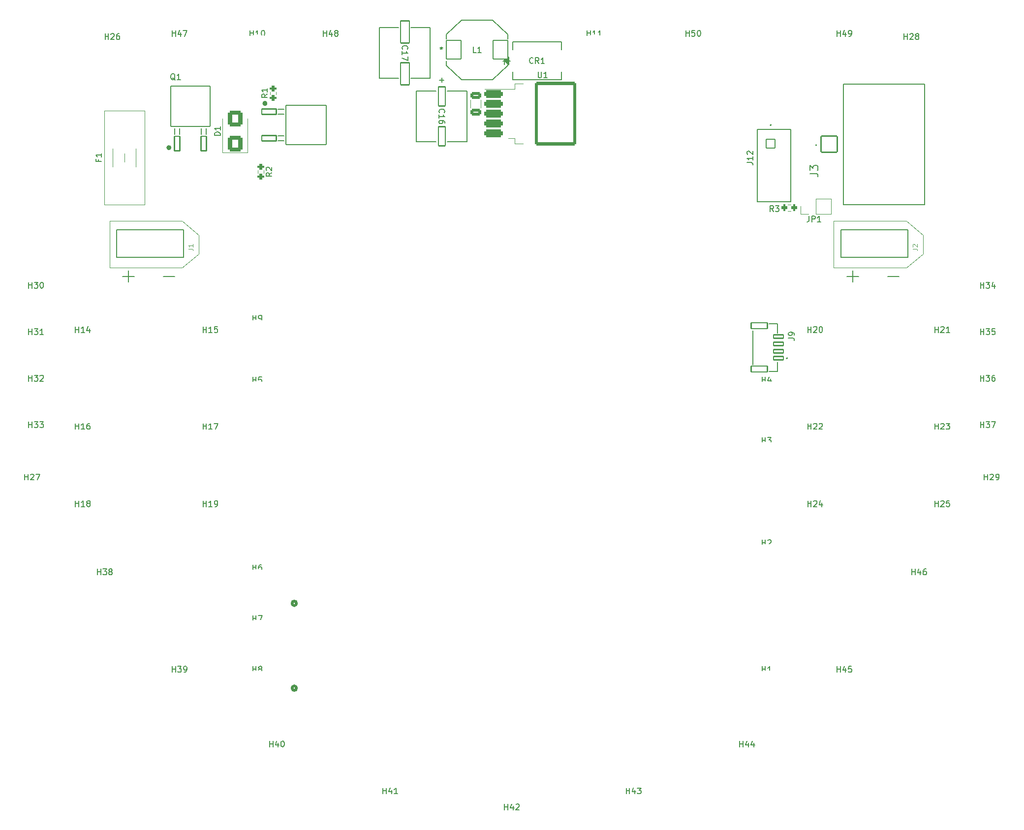
<source format=gto>
G04 #@! TF.GenerationSoftware,KiCad,Pcbnew,7.0.6*
G04 #@! TF.CreationDate,2023-12-29T00:51:47-08:00*
G04 #@! TF.ProjectId,midplate,6d696470-6c61-4746-952e-6b696361645f,rev?*
G04 #@! TF.SameCoordinates,Original*
G04 #@! TF.FileFunction,Legend,Top*
G04 #@! TF.FilePolarity,Positive*
%FSLAX46Y46*%
G04 Gerber Fmt 4.6, Leading zero omitted, Abs format (unit mm)*
G04 Created by KiCad (PCBNEW 7.0.6) date 2023-12-29 00:51:47*
%MOMM*%
%LPD*%
G01*
G04 APERTURE LIST*
G04 Aperture macros list*
%AMRoundRect*
0 Rectangle with rounded corners*
0 $1 Rounding radius*
0 $2 $3 $4 $5 $6 $7 $8 $9 X,Y pos of 4 corners*
0 Add a 4 corners polygon primitive as box body*
4,1,4,$2,$3,$4,$5,$6,$7,$8,$9,$2,$3,0*
0 Add four circle primitives for the rounded corners*
1,1,$1+$1,$2,$3*
1,1,$1+$1,$4,$5*
1,1,$1+$1,$6,$7*
1,1,$1+$1,$8,$9*
0 Add four rect primitives between the rounded corners*
20,1,$1+$1,$2,$3,$4,$5,0*
20,1,$1+$1,$4,$5,$6,$7,0*
20,1,$1+$1,$6,$7,$8,$9,0*
20,1,$1+$1,$8,$9,$2,$3,0*%
G04 Aperture macros list end*
%ADD10C,0.100000*%
%ADD11C,0.150000*%
%ADD12C,0.200000*%
%ADD13C,0.120000*%
%ADD14C,0.152400*%
%ADD15C,0.450000*%
%ADD16C,0.127000*%
%ADD17C,0.508000*%
%ADD18C,3.903200*%
%ADD19C,6.403200*%
%ADD20C,4.700000*%
%ADD21RoundRect,0.351600X-1.250000X-0.300000X1.250000X-0.300000X1.250000X0.300000X-1.250000X0.300000X0*%
%ADD22RoundRect,0.287506X-3.309094X-5.214094X3.309094X-5.214094X3.309094X5.214094X-3.309094X5.214094X0*%
%ADD23RoundRect,0.101600X-1.250000X-1.600000X1.250000X-1.600000X1.250000X1.600000X-1.250000X1.600000X0*%
%ADD24RoundRect,0.101600X-1.244600X0.469900X-1.244600X-0.469900X1.244600X-0.469900X1.244600X0.469900X0*%
%ADD25RoundRect,0.101600X-3.467100X3.390900X-3.467100X-3.390900X3.467100X-3.390900X3.467100X3.390900X0*%
%ADD26RoundRect,0.102000X-0.850000X-0.300000X0.850000X-0.300000X0.850000X0.300000X-0.850000X0.300000X0*%
%ADD27RoundRect,0.102000X1.400000X0.500000X-1.400000X0.500000X-1.400000X-0.500000X1.400000X-0.500000X0*%
%ADD28RoundRect,0.301600X-0.200000X-0.275000X0.200000X-0.275000X0.200000X0.275000X-0.200000X0.275000X0*%
%ADD29R,1.700000X1.700000*%
%ADD30O,1.700000X1.700000*%
%ADD31RoundRect,0.102000X1.387500X-1.387500X1.387500X1.387500X-1.387500X1.387500X-1.387500X-1.387500X0*%
%ADD32C,2.979000*%
%ADD33RoundRect,0.351600X0.900000X-1.000000X0.900000X1.000000X-0.900000X1.000000X-0.900000X-1.000000X0*%
%ADD34RoundRect,0.101600X-0.469900X-1.244600X0.469900X-1.244600X0.469900X1.244600X-0.469900X1.244600X0*%
%ADD35RoundRect,0.101600X-3.390900X-3.467100X3.390900X-3.467100X3.390900X3.467100X-3.390900X3.467100X0*%
%ADD36RoundRect,0.301600X-0.275000X0.200000X-0.275000X-0.200000X0.275000X-0.200000X0.275000X0.200000X0*%
%ADD37C,2.983200*%
%ADD38R,2.180400X3.180001*%
%ADD39RoundRect,0.301600X0.275000X-0.200000X0.275000X0.200000X-0.275000X0.200000X-0.275000X-0.200000X0*%
%ADD40RoundRect,0.102000X-0.754000X0.754000X-0.754000X-0.754000X0.754000X-0.754000X0.754000X0.754000X0*%
%ADD41C,1.712000*%
%ADD42RoundRect,0.101600X-0.609600X1.651000X-0.609600X-1.651000X0.609600X-1.651000X0.609600X1.651000X0*%
%ADD43RoundRect,0.250000X-0.650000X0.325000X-0.650000X-0.325000X0.650000X-0.325000X0.650000X0.325000X0*%
%ADD44RoundRect,0.101600X-0.749300X1.905000X-0.749300X-1.905000X0.749300X-1.905000X0.749300X1.905000X0*%
G04 APERTURE END LIST*
D10*
X89761516Y-50225987D02*
X90332944Y-50225987D01*
X90332944Y-50225987D02*
X90447230Y-50264082D01*
X90447230Y-50264082D02*
X90523421Y-50340273D01*
X90523421Y-50340273D02*
X90561516Y-50454558D01*
X90561516Y-50454558D02*
X90561516Y-50530749D01*
X90561516Y-49425987D02*
X90561516Y-49883130D01*
X90561516Y-49654558D02*
X89761516Y-49654558D01*
X89761516Y-49654558D02*
X89875801Y-49730749D01*
X89875801Y-49730749D02*
X89951992Y-49806939D01*
X89951992Y-49806939D02*
X89990087Y-49883130D01*
D11*
X100838095Y-105588819D02*
X100838095Y-104588819D01*
X100838095Y-105065009D02*
X101409523Y-105065009D01*
X101409523Y-105588819D02*
X101409523Y-104588819D01*
X102314285Y-104588819D02*
X102123809Y-104588819D01*
X102123809Y-104588819D02*
X102028571Y-104636438D01*
X102028571Y-104636438D02*
X101980952Y-104684057D01*
X101980952Y-104684057D02*
X101885714Y-104826914D01*
X101885714Y-104826914D02*
X101838095Y-105017390D01*
X101838095Y-105017390D02*
X101838095Y-105398342D01*
X101838095Y-105398342D02*
X101885714Y-105493580D01*
X101885714Y-105493580D02*
X101933333Y-105541200D01*
X101933333Y-105541200D02*
X102028571Y-105588819D01*
X102028571Y-105588819D02*
X102219047Y-105588819D01*
X102219047Y-105588819D02*
X102314285Y-105541200D01*
X102314285Y-105541200D02*
X102361904Y-105493580D01*
X102361904Y-105493580D02*
X102409523Y-105398342D01*
X102409523Y-105398342D02*
X102409523Y-105160247D01*
X102409523Y-105160247D02*
X102361904Y-105065009D01*
X102361904Y-105065009D02*
X102314285Y-105017390D01*
X102314285Y-105017390D02*
X102219047Y-104969771D01*
X102219047Y-104969771D02*
X102028571Y-104969771D01*
X102028571Y-104969771D02*
X101933333Y-105017390D01*
X101933333Y-105017390D02*
X101885714Y-105065009D01*
X101885714Y-105065009D02*
X101838095Y-105160247D01*
X175373001Y-13637679D02*
X175373001Y-12637679D01*
X175373001Y-13113869D02*
X175944429Y-13113869D01*
X175944429Y-13637679D02*
X175944429Y-12637679D01*
X176896810Y-12637679D02*
X176420620Y-12637679D01*
X176420620Y-12637679D02*
X176373001Y-13113869D01*
X176373001Y-13113869D02*
X176420620Y-13066250D01*
X176420620Y-13066250D02*
X176515858Y-13018631D01*
X176515858Y-13018631D02*
X176753953Y-13018631D01*
X176753953Y-13018631D02*
X176849191Y-13066250D01*
X176849191Y-13066250D02*
X176896810Y-13113869D01*
X176896810Y-13113869D02*
X176944429Y-13209107D01*
X176944429Y-13209107D02*
X176944429Y-13447202D01*
X176944429Y-13447202D02*
X176896810Y-13542440D01*
X176896810Y-13542440D02*
X176849191Y-13590060D01*
X176849191Y-13590060D02*
X176753953Y-13637679D01*
X176753953Y-13637679D02*
X176515858Y-13637679D01*
X176515858Y-13637679D02*
X176420620Y-13590060D01*
X176420620Y-13590060D02*
X176373001Y-13542440D01*
X177563477Y-12637679D02*
X177658715Y-12637679D01*
X177658715Y-12637679D02*
X177753953Y-12685298D01*
X177753953Y-12685298D02*
X177801572Y-12732917D01*
X177801572Y-12732917D02*
X177849191Y-12828155D01*
X177849191Y-12828155D02*
X177896810Y-13018631D01*
X177896810Y-13018631D02*
X177896810Y-13256726D01*
X177896810Y-13256726D02*
X177849191Y-13447202D01*
X177849191Y-13447202D02*
X177801572Y-13542440D01*
X177801572Y-13542440D02*
X177753953Y-13590060D01*
X177753953Y-13590060D02*
X177658715Y-13637679D01*
X177658715Y-13637679D02*
X177563477Y-13637679D01*
X177563477Y-13637679D02*
X177468239Y-13590060D01*
X177468239Y-13590060D02*
X177420620Y-13542440D01*
X177420620Y-13542440D02*
X177373001Y-13447202D01*
X177373001Y-13447202D02*
X177325382Y-13256726D01*
X177325382Y-13256726D02*
X177325382Y-13018631D01*
X177325382Y-13018631D02*
X177373001Y-12828155D01*
X177373001Y-12828155D02*
X177420620Y-12732917D01*
X177420620Y-12732917D02*
X177468239Y-12685298D01*
X177468239Y-12685298D02*
X177563477Y-12637679D01*
X149949095Y-19772819D02*
X149949095Y-20582342D01*
X149949095Y-20582342D02*
X149996714Y-20677580D01*
X149996714Y-20677580D02*
X150044333Y-20725200D01*
X150044333Y-20725200D02*
X150139571Y-20772819D01*
X150139571Y-20772819D02*
X150330047Y-20772819D01*
X150330047Y-20772819D02*
X150425285Y-20725200D01*
X150425285Y-20725200D02*
X150472904Y-20677580D01*
X150472904Y-20677580D02*
X150520523Y-20582342D01*
X150520523Y-20582342D02*
X150520523Y-19772819D01*
X151520523Y-20772819D02*
X150949095Y-20772819D01*
X151234809Y-20772819D02*
X151234809Y-19772819D01*
X151234809Y-19772819D02*
X151139571Y-19915676D01*
X151139571Y-19915676D02*
X151044333Y-20010914D01*
X151044333Y-20010914D02*
X150949095Y-20058533D01*
X214227495Y-106320824D02*
X214227495Y-105320824D01*
X214227495Y-105797014D02*
X214798923Y-105797014D01*
X214798923Y-106320824D02*
X214798923Y-105320824D01*
X215703685Y-105654157D02*
X215703685Y-106320824D01*
X215465590Y-105273205D02*
X215227495Y-105987490D01*
X215227495Y-105987490D02*
X215846542Y-105987490D01*
X216656066Y-105320824D02*
X216465590Y-105320824D01*
X216465590Y-105320824D02*
X216370352Y-105368443D01*
X216370352Y-105368443D02*
X216322733Y-105416062D01*
X216322733Y-105416062D02*
X216227495Y-105558919D01*
X216227495Y-105558919D02*
X216179876Y-105749395D01*
X216179876Y-105749395D02*
X216179876Y-106130347D01*
X216179876Y-106130347D02*
X216227495Y-106225585D01*
X216227495Y-106225585D02*
X216275114Y-106273205D01*
X216275114Y-106273205D02*
X216370352Y-106320824D01*
X216370352Y-106320824D02*
X216560828Y-106320824D01*
X216560828Y-106320824D02*
X216656066Y-106273205D01*
X216656066Y-106273205D02*
X216703685Y-106225585D01*
X216703685Y-106225585D02*
X216751304Y-106130347D01*
X216751304Y-106130347D02*
X216751304Y-105892252D01*
X216751304Y-105892252D02*
X216703685Y-105797014D01*
X216703685Y-105797014D02*
X216656066Y-105749395D01*
X216656066Y-105749395D02*
X216560828Y-105701776D01*
X216560828Y-105701776D02*
X216370352Y-105701776D01*
X216370352Y-105701776D02*
X216275114Y-105749395D01*
X216275114Y-105749395D02*
X216227495Y-105797014D01*
X216227495Y-105797014D02*
X216179876Y-105892252D01*
X62294747Y-56984961D02*
X62294747Y-55984961D01*
X62294747Y-56461151D02*
X62866175Y-56461151D01*
X62866175Y-56984961D02*
X62866175Y-55984961D01*
X63247128Y-55984961D02*
X63866175Y-55984961D01*
X63866175Y-55984961D02*
X63532842Y-56365913D01*
X63532842Y-56365913D02*
X63675699Y-56365913D01*
X63675699Y-56365913D02*
X63770937Y-56413532D01*
X63770937Y-56413532D02*
X63818556Y-56461151D01*
X63818556Y-56461151D02*
X63866175Y-56556389D01*
X63866175Y-56556389D02*
X63866175Y-56794484D01*
X63866175Y-56794484D02*
X63818556Y-56889722D01*
X63818556Y-56889722D02*
X63770937Y-56937342D01*
X63770937Y-56937342D02*
X63675699Y-56984961D01*
X63675699Y-56984961D02*
X63389985Y-56984961D01*
X63389985Y-56984961D02*
X63294747Y-56937342D01*
X63294747Y-56937342D02*
X63247128Y-56889722D01*
X64485223Y-55984961D02*
X64580461Y-55984961D01*
X64580461Y-55984961D02*
X64675699Y-56032580D01*
X64675699Y-56032580D02*
X64723318Y-56080199D01*
X64723318Y-56080199D02*
X64770937Y-56175437D01*
X64770937Y-56175437D02*
X64818556Y-56365913D01*
X64818556Y-56365913D02*
X64818556Y-56604008D01*
X64818556Y-56604008D02*
X64770937Y-56794484D01*
X64770937Y-56794484D02*
X64723318Y-56889722D01*
X64723318Y-56889722D02*
X64675699Y-56937342D01*
X64675699Y-56937342D02*
X64580461Y-56984961D01*
X64580461Y-56984961D02*
X64485223Y-56984961D01*
X64485223Y-56984961D02*
X64389985Y-56937342D01*
X64389985Y-56937342D02*
X64342366Y-56889722D01*
X64342366Y-56889722D02*
X64294747Y-56794484D01*
X64294747Y-56794484D02*
X64247128Y-56604008D01*
X64247128Y-56604008D02*
X64247128Y-56365913D01*
X64247128Y-56365913D02*
X64294747Y-56175437D01*
X64294747Y-56175437D02*
X64342366Y-56080199D01*
X64342366Y-56080199D02*
X64389985Y-56032580D01*
X64389985Y-56032580D02*
X64485223Y-55984961D01*
X201372972Y-123073164D02*
X201372972Y-122073164D01*
X201372972Y-122549354D02*
X201944400Y-122549354D01*
X201944400Y-123073164D02*
X201944400Y-122073164D01*
X202849162Y-122406497D02*
X202849162Y-123073164D01*
X202611067Y-122025545D02*
X202372972Y-122739830D01*
X202372972Y-122739830D02*
X202992019Y-122739830D01*
X203849162Y-122073164D02*
X203372972Y-122073164D01*
X203372972Y-122073164D02*
X203325353Y-122549354D01*
X203325353Y-122549354D02*
X203372972Y-122501735D01*
X203372972Y-122501735D02*
X203468210Y-122454116D01*
X203468210Y-122454116D02*
X203706305Y-122454116D01*
X203706305Y-122454116D02*
X203801543Y-122501735D01*
X203801543Y-122501735D02*
X203849162Y-122549354D01*
X203849162Y-122549354D02*
X203896781Y-122644592D01*
X203896781Y-122644592D02*
X203896781Y-122882687D01*
X203896781Y-122882687D02*
X203849162Y-122977925D01*
X203849162Y-122977925D02*
X203801543Y-123025545D01*
X203801543Y-123025545D02*
X203706305Y-123073164D01*
X203706305Y-123073164D02*
X203468210Y-123073164D01*
X203468210Y-123073164D02*
X203372972Y-123025545D01*
X203372972Y-123025545D02*
X203325353Y-122977925D01*
X158362805Y-13637679D02*
X158362805Y-12637679D01*
X158362805Y-13113869D02*
X158934233Y-13113869D01*
X158934233Y-13637679D02*
X158934233Y-12637679D01*
X159934233Y-13637679D02*
X159362805Y-13637679D01*
X159648519Y-13637679D02*
X159648519Y-12637679D01*
X159648519Y-12637679D02*
X159553281Y-12780536D01*
X159553281Y-12780536D02*
X159458043Y-12875774D01*
X159458043Y-12875774D02*
X159362805Y-12923393D01*
X160886614Y-13637679D02*
X160315186Y-13637679D01*
X160600900Y-13637679D02*
X160600900Y-12637679D01*
X160600900Y-12637679D02*
X160505662Y-12780536D01*
X160505662Y-12780536D02*
X160410424Y-12875774D01*
X160410424Y-12875774D02*
X160315186Y-12923393D01*
X92288254Y-94581521D02*
X92288254Y-93581521D01*
X92288254Y-94057711D02*
X92859682Y-94057711D01*
X92859682Y-94581521D02*
X92859682Y-93581521D01*
X93859682Y-94581521D02*
X93288254Y-94581521D01*
X93573968Y-94581521D02*
X93573968Y-93581521D01*
X93573968Y-93581521D02*
X93478730Y-93724378D01*
X93478730Y-93724378D02*
X93383492Y-93819616D01*
X93383492Y-93819616D02*
X93288254Y-93867235D01*
X94335873Y-94581521D02*
X94526349Y-94581521D01*
X94526349Y-94581521D02*
X94621587Y-94533902D01*
X94621587Y-94533902D02*
X94669206Y-94486282D01*
X94669206Y-94486282D02*
X94764444Y-94343425D01*
X94764444Y-94343425D02*
X94812063Y-94152949D01*
X94812063Y-94152949D02*
X94812063Y-93771997D01*
X94812063Y-93771997D02*
X94764444Y-93676759D01*
X94764444Y-93676759D02*
X94716825Y-93629140D01*
X94716825Y-93629140D02*
X94621587Y-93581521D01*
X94621587Y-93581521D02*
X94431111Y-93581521D01*
X94431111Y-93581521D02*
X94335873Y-93629140D01*
X94335873Y-93629140D02*
X94288254Y-93676759D01*
X94288254Y-93676759D02*
X94240635Y-93771997D01*
X94240635Y-93771997D02*
X94240635Y-94010092D01*
X94240635Y-94010092D02*
X94288254Y-94105330D01*
X94288254Y-94105330D02*
X94335873Y-94152949D01*
X94335873Y-94152949D02*
X94431111Y-94200568D01*
X94431111Y-94200568D02*
X94621587Y-94200568D01*
X94621587Y-94200568D02*
X94716825Y-94152949D01*
X94716825Y-94152949D02*
X94764444Y-94105330D01*
X94764444Y-94105330D02*
X94812063Y-94010092D01*
X92288254Y-64621538D02*
X92288254Y-63621538D01*
X92288254Y-64097728D02*
X92859682Y-64097728D01*
X92859682Y-64621538D02*
X92859682Y-63621538D01*
X93859682Y-64621538D02*
X93288254Y-64621538D01*
X93573968Y-64621538D02*
X93573968Y-63621538D01*
X93573968Y-63621538D02*
X93478730Y-63764395D01*
X93478730Y-63764395D02*
X93383492Y-63859633D01*
X93383492Y-63859633D02*
X93288254Y-63907252D01*
X94764444Y-63621538D02*
X94288254Y-63621538D01*
X94288254Y-63621538D02*
X94240635Y-64097728D01*
X94240635Y-64097728D02*
X94288254Y-64050109D01*
X94288254Y-64050109D02*
X94383492Y-64002490D01*
X94383492Y-64002490D02*
X94621587Y-64002490D01*
X94621587Y-64002490D02*
X94716825Y-64050109D01*
X94716825Y-64050109D02*
X94764444Y-64097728D01*
X94764444Y-64097728D02*
X94812063Y-64192966D01*
X94812063Y-64192966D02*
X94812063Y-64431061D01*
X94812063Y-64431061D02*
X94764444Y-64526299D01*
X94764444Y-64526299D02*
X94716825Y-64573919D01*
X94716825Y-64573919D02*
X94621587Y-64621538D01*
X94621587Y-64621538D02*
X94383492Y-64621538D01*
X94383492Y-64621538D02*
X94288254Y-64573919D01*
X94288254Y-64573919D02*
X94240635Y-64526299D01*
X196336316Y-94581521D02*
X196336316Y-93581521D01*
X196336316Y-94057711D02*
X196907744Y-94057711D01*
X196907744Y-94581521D02*
X196907744Y-93581521D01*
X197336316Y-93676759D02*
X197383935Y-93629140D01*
X197383935Y-93629140D02*
X197479173Y-93581521D01*
X197479173Y-93581521D02*
X197717268Y-93581521D01*
X197717268Y-93581521D02*
X197812506Y-93629140D01*
X197812506Y-93629140D02*
X197860125Y-93676759D01*
X197860125Y-93676759D02*
X197907744Y-93771997D01*
X197907744Y-93771997D02*
X197907744Y-93867235D01*
X197907744Y-93867235D02*
X197860125Y-94010092D01*
X197860125Y-94010092D02*
X197288697Y-94581521D01*
X197288697Y-94581521D02*
X197907744Y-94581521D01*
X198764887Y-93914854D02*
X198764887Y-94581521D01*
X198526792Y-93533902D02*
X198288697Y-94248187D01*
X198288697Y-94248187D02*
X198907744Y-94248187D01*
X139279333Y-16456819D02*
X138803143Y-16456819D01*
X138803143Y-16456819D02*
X138803143Y-15456819D01*
X140136476Y-16456819D02*
X139565048Y-16456819D01*
X139850762Y-16456819D02*
X139850762Y-15456819D01*
X139850762Y-15456819D02*
X139755524Y-15599676D01*
X139755524Y-15599676D02*
X139660286Y-15694914D01*
X139660286Y-15694914D02*
X139565048Y-15742533D01*
X133280000Y-15456819D02*
X133280000Y-15694914D01*
X133041905Y-15599676D02*
X133280000Y-15694914D01*
X133280000Y-15694914D02*
X133518095Y-15599676D01*
X133137143Y-15885390D02*
X133280000Y-15694914D01*
X133280000Y-15694914D02*
X133422857Y-15885390D01*
X133280000Y-15456819D02*
X133280000Y-15694914D01*
X133041905Y-15599676D02*
X133280000Y-15694914D01*
X133280000Y-15694914D02*
X133518095Y-15599676D01*
X133137143Y-15885390D02*
X133280000Y-15694914D01*
X133280000Y-15694914D02*
X133422857Y-15885390D01*
X61625037Y-89984961D02*
X61625037Y-88984961D01*
X61625037Y-89461151D02*
X62196465Y-89461151D01*
X62196465Y-89984961D02*
X62196465Y-88984961D01*
X62625037Y-89080199D02*
X62672656Y-89032580D01*
X62672656Y-89032580D02*
X62767894Y-88984961D01*
X62767894Y-88984961D02*
X63005989Y-88984961D01*
X63005989Y-88984961D02*
X63101227Y-89032580D01*
X63101227Y-89032580D02*
X63148846Y-89080199D01*
X63148846Y-89080199D02*
X63196465Y-89175437D01*
X63196465Y-89175437D02*
X63196465Y-89270675D01*
X63196465Y-89270675D02*
X63148846Y-89413532D01*
X63148846Y-89413532D02*
X62577418Y-89984961D01*
X62577418Y-89984961D02*
X63196465Y-89984961D01*
X63529799Y-88984961D02*
X64196465Y-88984961D01*
X64196465Y-88984961D02*
X63767894Y-89984961D01*
X193022819Y-65581733D02*
X193737104Y-65581733D01*
X193737104Y-65581733D02*
X193879961Y-65629352D01*
X193879961Y-65629352D02*
X193975200Y-65724590D01*
X193975200Y-65724590D02*
X194022819Y-65867447D01*
X194022819Y-65867447D02*
X194022819Y-65962685D01*
X194022819Y-65057923D02*
X194022819Y-64867447D01*
X194022819Y-64867447D02*
X193975200Y-64772209D01*
X193975200Y-64772209D02*
X193927580Y-64724590D01*
X193927580Y-64724590D02*
X193784723Y-64629352D01*
X193784723Y-64629352D02*
X193594247Y-64581733D01*
X193594247Y-64581733D02*
X193213295Y-64581733D01*
X193213295Y-64581733D02*
X193118057Y-64629352D01*
X193118057Y-64629352D02*
X193070438Y-64676971D01*
X193070438Y-64676971D02*
X193022819Y-64772209D01*
X193022819Y-64772209D02*
X193022819Y-64962685D01*
X193022819Y-64962685D02*
X193070438Y-65057923D01*
X193070438Y-65057923D02*
X193118057Y-65105542D01*
X193118057Y-65105542D02*
X193213295Y-65153161D01*
X193213295Y-65153161D02*
X193451390Y-65153161D01*
X193451390Y-65153161D02*
X193546628Y-65105542D01*
X193546628Y-65105542D02*
X193594247Y-65057923D01*
X193594247Y-65057923D02*
X193641866Y-64962685D01*
X193641866Y-64962685D02*
X193641866Y-64772209D01*
X193641866Y-64772209D02*
X193594247Y-64676971D01*
X193594247Y-64676971D02*
X193546628Y-64629352D01*
X193546628Y-64629352D02*
X193451390Y-64581733D01*
X226059063Y-72984961D02*
X226059063Y-71984961D01*
X226059063Y-72461151D02*
X226630491Y-72461151D01*
X226630491Y-72984961D02*
X226630491Y-71984961D01*
X227011444Y-71984961D02*
X227630491Y-71984961D01*
X227630491Y-71984961D02*
X227297158Y-72365913D01*
X227297158Y-72365913D02*
X227440015Y-72365913D01*
X227440015Y-72365913D02*
X227535253Y-72413532D01*
X227535253Y-72413532D02*
X227582872Y-72461151D01*
X227582872Y-72461151D02*
X227630491Y-72556389D01*
X227630491Y-72556389D02*
X227630491Y-72794484D01*
X227630491Y-72794484D02*
X227582872Y-72889722D01*
X227582872Y-72889722D02*
X227535253Y-72937342D01*
X227535253Y-72937342D02*
X227440015Y-72984961D01*
X227440015Y-72984961D02*
X227154301Y-72984961D01*
X227154301Y-72984961D02*
X227059063Y-72937342D01*
X227059063Y-72937342D02*
X227011444Y-72889722D01*
X228487634Y-71984961D02*
X228297158Y-71984961D01*
X228297158Y-71984961D02*
X228201920Y-72032580D01*
X228201920Y-72032580D02*
X228154301Y-72080199D01*
X228154301Y-72080199D02*
X228059063Y-72223056D01*
X228059063Y-72223056D02*
X228011444Y-72413532D01*
X228011444Y-72413532D02*
X228011444Y-72794484D01*
X228011444Y-72794484D02*
X228059063Y-72889722D01*
X228059063Y-72889722D02*
X228106682Y-72937342D01*
X228106682Y-72937342D02*
X228201920Y-72984961D01*
X228201920Y-72984961D02*
X228392396Y-72984961D01*
X228392396Y-72984961D02*
X228487634Y-72937342D01*
X228487634Y-72937342D02*
X228535253Y-72889722D01*
X228535253Y-72889722D02*
X228582872Y-72794484D01*
X228582872Y-72794484D02*
X228582872Y-72556389D01*
X228582872Y-72556389D02*
X228535253Y-72461151D01*
X228535253Y-72461151D02*
X228487634Y-72413532D01*
X228487634Y-72413532D02*
X228392396Y-72365913D01*
X228392396Y-72365913D02*
X228201920Y-72365913D01*
X228201920Y-72365913D02*
X228106682Y-72413532D01*
X228106682Y-72413532D02*
X228059063Y-72461151D01*
X228059063Y-72461151D02*
X228011444Y-72556389D01*
X226728773Y-89984961D02*
X226728773Y-88984961D01*
X226728773Y-89461151D02*
X227300201Y-89461151D01*
X227300201Y-89984961D02*
X227300201Y-88984961D01*
X227728773Y-89080199D02*
X227776392Y-89032580D01*
X227776392Y-89032580D02*
X227871630Y-88984961D01*
X227871630Y-88984961D02*
X228109725Y-88984961D01*
X228109725Y-88984961D02*
X228204963Y-89032580D01*
X228204963Y-89032580D02*
X228252582Y-89080199D01*
X228252582Y-89080199D02*
X228300201Y-89175437D01*
X228300201Y-89175437D02*
X228300201Y-89270675D01*
X228300201Y-89270675D02*
X228252582Y-89413532D01*
X228252582Y-89413532D02*
X227681154Y-89984961D01*
X227681154Y-89984961D02*
X228300201Y-89984961D01*
X228776392Y-89984961D02*
X228966868Y-89984961D01*
X228966868Y-89984961D02*
X229062106Y-89937342D01*
X229062106Y-89937342D02*
X229109725Y-89889722D01*
X229109725Y-89889722D02*
X229204963Y-89746865D01*
X229204963Y-89746865D02*
X229252582Y-89556389D01*
X229252582Y-89556389D02*
X229252582Y-89175437D01*
X229252582Y-89175437D02*
X229204963Y-89080199D01*
X229204963Y-89080199D02*
X229157344Y-89032580D01*
X229157344Y-89032580D02*
X229062106Y-88984961D01*
X229062106Y-88984961D02*
X228871630Y-88984961D01*
X228871630Y-88984961D02*
X228776392Y-89032580D01*
X228776392Y-89032580D02*
X228728773Y-89080199D01*
X228728773Y-89080199D02*
X228681154Y-89175437D01*
X228681154Y-89175437D02*
X228681154Y-89413532D01*
X228681154Y-89413532D02*
X228728773Y-89508770D01*
X228728773Y-89508770D02*
X228776392Y-89556389D01*
X228776392Y-89556389D02*
X228871630Y-89604008D01*
X228871630Y-89604008D02*
X229062106Y-89604008D01*
X229062106Y-89604008D02*
X229157344Y-89556389D01*
X229157344Y-89556389D02*
X229204963Y-89508770D01*
X229204963Y-89508770D02*
X229252582Y-89413532D01*
X212919841Y-14201099D02*
X212919841Y-13201099D01*
X212919841Y-13677289D02*
X213491269Y-13677289D01*
X213491269Y-14201099D02*
X213491269Y-13201099D01*
X213919841Y-13296337D02*
X213967460Y-13248718D01*
X213967460Y-13248718D02*
X214062698Y-13201099D01*
X214062698Y-13201099D02*
X214300793Y-13201099D01*
X214300793Y-13201099D02*
X214396031Y-13248718D01*
X214396031Y-13248718D02*
X214443650Y-13296337D01*
X214443650Y-13296337D02*
X214491269Y-13391575D01*
X214491269Y-13391575D02*
X214491269Y-13486813D01*
X214491269Y-13486813D02*
X214443650Y-13629670D01*
X214443650Y-13629670D02*
X213872222Y-14201099D01*
X213872222Y-14201099D02*
X214491269Y-14201099D01*
X215062698Y-13629670D02*
X214967460Y-13582051D01*
X214967460Y-13582051D02*
X214919841Y-13534432D01*
X214919841Y-13534432D02*
X214872222Y-13439194D01*
X214872222Y-13439194D02*
X214872222Y-13391575D01*
X214872222Y-13391575D02*
X214919841Y-13296337D01*
X214919841Y-13296337D02*
X214967460Y-13248718D01*
X214967460Y-13248718D02*
X215062698Y-13201099D01*
X215062698Y-13201099D02*
X215253174Y-13201099D01*
X215253174Y-13201099D02*
X215348412Y-13248718D01*
X215348412Y-13248718D02*
X215396031Y-13296337D01*
X215396031Y-13296337D02*
X215443650Y-13391575D01*
X215443650Y-13391575D02*
X215443650Y-13439194D01*
X215443650Y-13439194D02*
X215396031Y-13534432D01*
X215396031Y-13534432D02*
X215348412Y-13582051D01*
X215348412Y-13582051D02*
X215253174Y-13629670D01*
X215253174Y-13629670D02*
X215062698Y-13629670D01*
X215062698Y-13629670D02*
X214967460Y-13677289D01*
X214967460Y-13677289D02*
X214919841Y-13724908D01*
X214919841Y-13724908D02*
X214872222Y-13820146D01*
X214872222Y-13820146D02*
X214872222Y-14010622D01*
X214872222Y-14010622D02*
X214919841Y-14105860D01*
X214919841Y-14105860D02*
X214967460Y-14153480D01*
X214967460Y-14153480D02*
X215062698Y-14201099D01*
X215062698Y-14201099D02*
X215253174Y-14201099D01*
X215253174Y-14201099D02*
X215348412Y-14153480D01*
X215348412Y-14153480D02*
X215396031Y-14105860D01*
X215396031Y-14105860D02*
X215443650Y-14010622D01*
X215443650Y-14010622D02*
X215443650Y-13820146D01*
X215443650Y-13820146D02*
X215396031Y-13724908D01*
X215396031Y-13724908D02*
X215348412Y-13677289D01*
X215348412Y-13677289D02*
X215253174Y-13629670D01*
X165112119Y-144008378D02*
X165112119Y-143008378D01*
X165112119Y-143484568D02*
X165683547Y-143484568D01*
X165683547Y-144008378D02*
X165683547Y-143008378D01*
X166588309Y-143341711D02*
X166588309Y-144008378D01*
X166350214Y-142960759D02*
X166112119Y-143675044D01*
X166112119Y-143675044D02*
X166731166Y-143675044D01*
X167016881Y-143008378D02*
X167635928Y-143008378D01*
X167635928Y-143008378D02*
X167302595Y-143389330D01*
X167302595Y-143389330D02*
X167445452Y-143389330D01*
X167445452Y-143389330D02*
X167540690Y-143436949D01*
X167540690Y-143436949D02*
X167588309Y-143484568D01*
X167588309Y-143484568D02*
X167635928Y-143579806D01*
X167635928Y-143579806D02*
X167635928Y-143817901D01*
X167635928Y-143817901D02*
X167588309Y-143913139D01*
X167588309Y-143913139D02*
X167540690Y-143960759D01*
X167540690Y-143960759D02*
X167445452Y-144008378D01*
X167445452Y-144008378D02*
X167159738Y-144008378D01*
X167159738Y-144008378D02*
X167064500Y-143960759D01*
X167064500Y-143960759D02*
X167016881Y-143913139D01*
X100361905Y-13637679D02*
X100361905Y-12637679D01*
X100361905Y-13113869D02*
X100933333Y-13113869D01*
X100933333Y-13637679D02*
X100933333Y-12637679D01*
X101933333Y-13637679D02*
X101361905Y-13637679D01*
X101647619Y-13637679D02*
X101647619Y-12637679D01*
X101647619Y-12637679D02*
X101552381Y-12780536D01*
X101552381Y-12780536D02*
X101457143Y-12875774D01*
X101457143Y-12875774D02*
X101361905Y-12923393D01*
X102552381Y-12637679D02*
X102647619Y-12637679D01*
X102647619Y-12637679D02*
X102742857Y-12685298D01*
X102742857Y-12685298D02*
X102790476Y-12732917D01*
X102790476Y-12732917D02*
X102838095Y-12828155D01*
X102838095Y-12828155D02*
X102885714Y-13018631D01*
X102885714Y-13018631D02*
X102885714Y-13256726D01*
X102885714Y-13256726D02*
X102838095Y-13447202D01*
X102838095Y-13447202D02*
X102790476Y-13542440D01*
X102790476Y-13542440D02*
X102742857Y-13590060D01*
X102742857Y-13590060D02*
X102647619Y-13637679D01*
X102647619Y-13637679D02*
X102552381Y-13637679D01*
X102552381Y-13637679D02*
X102457143Y-13590060D01*
X102457143Y-13590060D02*
X102409524Y-13542440D01*
X102409524Y-13542440D02*
X102361905Y-13447202D01*
X102361905Y-13447202D02*
X102314286Y-13256726D01*
X102314286Y-13256726D02*
X102314286Y-13018631D01*
X102314286Y-13018631D02*
X102361905Y-12828155D01*
X102361905Y-12828155D02*
X102409524Y-12732917D01*
X102409524Y-12732917D02*
X102457143Y-12685298D01*
X102457143Y-12685298D02*
X102552381Y-12637679D01*
X201373001Y-13637679D02*
X201373001Y-12637679D01*
X201373001Y-13113869D02*
X201944429Y-13113869D01*
X201944429Y-13637679D02*
X201944429Y-12637679D01*
X202849191Y-12971012D02*
X202849191Y-13637679D01*
X202611096Y-12590060D02*
X202373001Y-13304345D01*
X202373001Y-13304345D02*
X202992048Y-13304345D01*
X203420620Y-13637679D02*
X203611096Y-13637679D01*
X203611096Y-13637679D02*
X203706334Y-13590060D01*
X203706334Y-13590060D02*
X203753953Y-13542440D01*
X203753953Y-13542440D02*
X203849191Y-13399583D01*
X203849191Y-13399583D02*
X203896810Y-13209107D01*
X203896810Y-13209107D02*
X203896810Y-12828155D01*
X203896810Y-12828155D02*
X203849191Y-12732917D01*
X203849191Y-12732917D02*
X203801572Y-12685298D01*
X203801572Y-12685298D02*
X203706334Y-12637679D01*
X203706334Y-12637679D02*
X203515858Y-12637679D01*
X203515858Y-12637679D02*
X203420620Y-12685298D01*
X203420620Y-12685298D02*
X203373001Y-12732917D01*
X203373001Y-12732917D02*
X203325382Y-12828155D01*
X203325382Y-12828155D02*
X203325382Y-13066250D01*
X203325382Y-13066250D02*
X203373001Y-13161488D01*
X203373001Y-13161488D02*
X203420620Y-13209107D01*
X203420620Y-13209107D02*
X203515858Y-13256726D01*
X203515858Y-13256726D02*
X203706334Y-13256726D01*
X203706334Y-13256726D02*
X203801572Y-13209107D01*
X203801572Y-13209107D02*
X203849191Y-13161488D01*
X203849191Y-13161488D02*
X203896810Y-13066250D01*
X196336316Y-81266385D02*
X196336316Y-80266385D01*
X196336316Y-80742575D02*
X196907744Y-80742575D01*
X196907744Y-81266385D02*
X196907744Y-80266385D01*
X197336316Y-80361623D02*
X197383935Y-80314004D01*
X197383935Y-80314004D02*
X197479173Y-80266385D01*
X197479173Y-80266385D02*
X197717268Y-80266385D01*
X197717268Y-80266385D02*
X197812506Y-80314004D01*
X197812506Y-80314004D02*
X197860125Y-80361623D01*
X197860125Y-80361623D02*
X197907744Y-80456861D01*
X197907744Y-80456861D02*
X197907744Y-80552099D01*
X197907744Y-80552099D02*
X197860125Y-80694956D01*
X197860125Y-80694956D02*
X197288697Y-81266385D01*
X197288697Y-81266385D02*
X197907744Y-81266385D01*
X198288697Y-80361623D02*
X198336316Y-80314004D01*
X198336316Y-80314004D02*
X198431554Y-80266385D01*
X198431554Y-80266385D02*
X198669649Y-80266385D01*
X198669649Y-80266385D02*
X198764887Y-80314004D01*
X198764887Y-80314004D02*
X198812506Y-80361623D01*
X198812506Y-80361623D02*
X198860125Y-80456861D01*
X198860125Y-80456861D02*
X198860125Y-80552099D01*
X198860125Y-80552099D02*
X198812506Y-80694956D01*
X198812506Y-80694956D02*
X198241078Y-81266385D01*
X198241078Y-81266385D02*
X198860125Y-81266385D01*
X62294747Y-80984961D02*
X62294747Y-79984961D01*
X62294747Y-80461151D02*
X62866175Y-80461151D01*
X62866175Y-80984961D02*
X62866175Y-79984961D01*
X63247128Y-79984961D02*
X63866175Y-79984961D01*
X63866175Y-79984961D02*
X63532842Y-80365913D01*
X63532842Y-80365913D02*
X63675699Y-80365913D01*
X63675699Y-80365913D02*
X63770937Y-80413532D01*
X63770937Y-80413532D02*
X63818556Y-80461151D01*
X63818556Y-80461151D02*
X63866175Y-80556389D01*
X63866175Y-80556389D02*
X63866175Y-80794484D01*
X63866175Y-80794484D02*
X63818556Y-80889722D01*
X63818556Y-80889722D02*
X63770937Y-80937342D01*
X63770937Y-80937342D02*
X63675699Y-80984961D01*
X63675699Y-80984961D02*
X63389985Y-80984961D01*
X63389985Y-80984961D02*
X63294747Y-80937342D01*
X63294747Y-80937342D02*
X63247128Y-80889722D01*
X64199509Y-79984961D02*
X64818556Y-79984961D01*
X64818556Y-79984961D02*
X64485223Y-80365913D01*
X64485223Y-80365913D02*
X64628080Y-80365913D01*
X64628080Y-80365913D02*
X64723318Y-80413532D01*
X64723318Y-80413532D02*
X64770937Y-80461151D01*
X64770937Y-80461151D02*
X64818556Y-80556389D01*
X64818556Y-80556389D02*
X64818556Y-80794484D01*
X64818556Y-80794484D02*
X64770937Y-80889722D01*
X64770937Y-80889722D02*
X64723318Y-80937342D01*
X64723318Y-80937342D02*
X64628080Y-80984961D01*
X64628080Y-80984961D02*
X64342366Y-80984961D01*
X64342366Y-80984961D02*
X64247128Y-80937342D01*
X64247128Y-80937342D02*
X64199509Y-80889722D01*
X226059063Y-64984961D02*
X226059063Y-63984961D01*
X226059063Y-64461151D02*
X226630491Y-64461151D01*
X226630491Y-64984961D02*
X226630491Y-63984961D01*
X227011444Y-63984961D02*
X227630491Y-63984961D01*
X227630491Y-63984961D02*
X227297158Y-64365913D01*
X227297158Y-64365913D02*
X227440015Y-64365913D01*
X227440015Y-64365913D02*
X227535253Y-64413532D01*
X227535253Y-64413532D02*
X227582872Y-64461151D01*
X227582872Y-64461151D02*
X227630491Y-64556389D01*
X227630491Y-64556389D02*
X227630491Y-64794484D01*
X227630491Y-64794484D02*
X227582872Y-64889722D01*
X227582872Y-64889722D02*
X227535253Y-64937342D01*
X227535253Y-64937342D02*
X227440015Y-64984961D01*
X227440015Y-64984961D02*
X227154301Y-64984961D01*
X227154301Y-64984961D02*
X227059063Y-64937342D01*
X227059063Y-64937342D02*
X227011444Y-64889722D01*
X228535253Y-63984961D02*
X228059063Y-63984961D01*
X228059063Y-63984961D02*
X228011444Y-64461151D01*
X228011444Y-64461151D02*
X228059063Y-64413532D01*
X228059063Y-64413532D02*
X228154301Y-64365913D01*
X228154301Y-64365913D02*
X228392396Y-64365913D01*
X228392396Y-64365913D02*
X228487634Y-64413532D01*
X228487634Y-64413532D02*
X228535253Y-64461151D01*
X228535253Y-64461151D02*
X228582872Y-64556389D01*
X228582872Y-64556389D02*
X228582872Y-64794484D01*
X228582872Y-64794484D02*
X228535253Y-64889722D01*
X228535253Y-64889722D02*
X228487634Y-64937342D01*
X228487634Y-64937342D02*
X228392396Y-64984961D01*
X228392396Y-64984961D02*
X228154301Y-64984961D01*
X228154301Y-64984961D02*
X228059063Y-64937342D01*
X228059063Y-64937342D02*
X228011444Y-64889722D01*
X190434933Y-43812619D02*
X190101600Y-43336428D01*
X189863505Y-43812619D02*
X189863505Y-42812619D01*
X189863505Y-42812619D02*
X190244457Y-42812619D01*
X190244457Y-42812619D02*
X190339695Y-42860238D01*
X190339695Y-42860238D02*
X190387314Y-42907857D01*
X190387314Y-42907857D02*
X190434933Y-43003095D01*
X190434933Y-43003095D02*
X190434933Y-43145952D01*
X190434933Y-43145952D02*
X190387314Y-43241190D01*
X190387314Y-43241190D02*
X190339695Y-43288809D01*
X190339695Y-43288809D02*
X190244457Y-43336428D01*
X190244457Y-43336428D02*
X189863505Y-43336428D01*
X190768267Y-42812619D02*
X191387314Y-42812619D01*
X191387314Y-42812619D02*
X191053981Y-43193571D01*
X191053981Y-43193571D02*
X191196838Y-43193571D01*
X191196838Y-43193571D02*
X191292076Y-43241190D01*
X191292076Y-43241190D02*
X191339695Y-43288809D01*
X191339695Y-43288809D02*
X191387314Y-43384047D01*
X191387314Y-43384047D02*
X191387314Y-43622142D01*
X191387314Y-43622142D02*
X191339695Y-43717380D01*
X191339695Y-43717380D02*
X191292076Y-43765000D01*
X191292076Y-43765000D02*
X191196838Y-43812619D01*
X191196838Y-43812619D02*
X190911124Y-43812619D01*
X190911124Y-43812619D02*
X190815886Y-43765000D01*
X190815886Y-43765000D02*
X190768267Y-43717380D01*
X226059063Y-56984961D02*
X226059063Y-55984961D01*
X226059063Y-56461151D02*
X226630491Y-56461151D01*
X226630491Y-56984961D02*
X226630491Y-55984961D01*
X227011444Y-55984961D02*
X227630491Y-55984961D01*
X227630491Y-55984961D02*
X227297158Y-56365913D01*
X227297158Y-56365913D02*
X227440015Y-56365913D01*
X227440015Y-56365913D02*
X227535253Y-56413532D01*
X227535253Y-56413532D02*
X227582872Y-56461151D01*
X227582872Y-56461151D02*
X227630491Y-56556389D01*
X227630491Y-56556389D02*
X227630491Y-56794484D01*
X227630491Y-56794484D02*
X227582872Y-56889722D01*
X227582872Y-56889722D02*
X227535253Y-56937342D01*
X227535253Y-56937342D02*
X227440015Y-56984961D01*
X227440015Y-56984961D02*
X227154301Y-56984961D01*
X227154301Y-56984961D02*
X227059063Y-56937342D01*
X227059063Y-56937342D02*
X227011444Y-56889722D01*
X228487634Y-56318294D02*
X228487634Y-56984961D01*
X228249539Y-55937342D02*
X228011444Y-56651627D01*
X228011444Y-56651627D02*
X228630491Y-56651627D01*
X188468095Y-123088819D02*
X188468095Y-122088819D01*
X188468095Y-122565009D02*
X189039523Y-122565009D01*
X189039523Y-123088819D02*
X189039523Y-122088819D01*
X190039523Y-123088819D02*
X189468095Y-123088819D01*
X189753809Y-123088819D02*
X189753809Y-122088819D01*
X189753809Y-122088819D02*
X189658571Y-122231676D01*
X189658571Y-122231676D02*
X189563333Y-122326914D01*
X189563333Y-122326914D02*
X189468095Y-122374533D01*
D10*
X214373592Y-50225987D02*
X214945020Y-50225987D01*
X214945020Y-50225987D02*
X215059306Y-50264082D01*
X215059306Y-50264082D02*
X215135497Y-50340273D01*
X215135497Y-50340273D02*
X215173592Y-50454558D01*
X215173592Y-50454558D02*
X215173592Y-50530749D01*
X214449782Y-49883130D02*
X214411687Y-49845034D01*
X214411687Y-49845034D02*
X214373592Y-49768844D01*
X214373592Y-49768844D02*
X214373592Y-49578368D01*
X214373592Y-49578368D02*
X214411687Y-49502177D01*
X214411687Y-49502177D02*
X214449782Y-49464082D01*
X214449782Y-49464082D02*
X214525973Y-49425987D01*
X214525973Y-49425987D02*
X214602163Y-49425987D01*
X214602163Y-49425987D02*
X214716449Y-49464082D01*
X214716449Y-49464082D02*
X215173592Y-49921225D01*
X215173592Y-49921225D02*
X215173592Y-49425987D01*
D11*
X144176905Y-146764551D02*
X144176905Y-145764551D01*
X144176905Y-146240741D02*
X144748333Y-146240741D01*
X144748333Y-146764551D02*
X144748333Y-145764551D01*
X145653095Y-146097884D02*
X145653095Y-146764551D01*
X145415000Y-145716932D02*
X145176905Y-146431217D01*
X145176905Y-146431217D02*
X145795952Y-146431217D01*
X146129286Y-145859789D02*
X146176905Y-145812170D01*
X146176905Y-145812170D02*
X146272143Y-145764551D01*
X146272143Y-145764551D02*
X146510238Y-145764551D01*
X146510238Y-145764551D02*
X146605476Y-145812170D01*
X146605476Y-145812170D02*
X146653095Y-145859789D01*
X146653095Y-145859789D02*
X146700714Y-145955027D01*
X146700714Y-145955027D02*
X146700714Y-146050265D01*
X146700714Y-146050265D02*
X146653095Y-146193122D01*
X146653095Y-146193122D02*
X146081667Y-146764551D01*
X146081667Y-146764551D02*
X146700714Y-146764551D01*
X196575466Y-44590619D02*
X196575466Y-45304904D01*
X196575466Y-45304904D02*
X196527847Y-45447761D01*
X196527847Y-45447761D02*
X196432609Y-45543000D01*
X196432609Y-45543000D02*
X196289752Y-45590619D01*
X196289752Y-45590619D02*
X196194514Y-45590619D01*
X197051657Y-45590619D02*
X197051657Y-44590619D01*
X197051657Y-44590619D02*
X197432609Y-44590619D01*
X197432609Y-44590619D02*
X197527847Y-44638238D01*
X197527847Y-44638238D02*
X197575466Y-44685857D01*
X197575466Y-44685857D02*
X197623085Y-44781095D01*
X197623085Y-44781095D02*
X197623085Y-44923952D01*
X197623085Y-44923952D02*
X197575466Y-45019190D01*
X197575466Y-45019190D02*
X197527847Y-45066809D01*
X197527847Y-45066809D02*
X197432609Y-45114428D01*
X197432609Y-45114428D02*
X197051657Y-45114428D01*
X198575466Y-45590619D02*
X198004038Y-45590619D01*
X198289752Y-45590619D02*
X198289752Y-44590619D01*
X198289752Y-44590619D02*
X198194514Y-44733476D01*
X198194514Y-44733476D02*
X198099276Y-44828714D01*
X198099276Y-44828714D02*
X198004038Y-44876333D01*
X196699466Y-37271266D02*
X197699466Y-37271266D01*
X197699466Y-37271266D02*
X197899466Y-37337933D01*
X197899466Y-37337933D02*
X198032800Y-37471266D01*
X198032800Y-37471266D02*
X198099466Y-37671266D01*
X198099466Y-37671266D02*
X198099466Y-37804600D01*
X196699466Y-36737933D02*
X196699466Y-35871266D01*
X196699466Y-35871266D02*
X197232800Y-36337933D01*
X197232800Y-36337933D02*
X197232800Y-36137933D01*
X197232800Y-36137933D02*
X197299466Y-36004599D01*
X197299466Y-36004599D02*
X197366133Y-35937933D01*
X197366133Y-35937933D02*
X197499466Y-35871266D01*
X197499466Y-35871266D02*
X197832800Y-35871266D01*
X197832800Y-35871266D02*
X197966133Y-35937933D01*
X197966133Y-35937933D02*
X198032800Y-36004599D01*
X198032800Y-36004599D02*
X198099466Y-36137933D01*
X198099466Y-36137933D02*
X198099466Y-36537933D01*
X198099466Y-36537933D02*
X198032800Y-36671266D01*
X198032800Y-36671266D02*
X197966133Y-36737933D01*
X100838095Y-62641899D02*
X100838095Y-61641899D01*
X100838095Y-62118089D02*
X101409523Y-62118089D01*
X101409523Y-62641899D02*
X101409523Y-61641899D01*
X101933333Y-62641899D02*
X102123809Y-62641899D01*
X102123809Y-62641899D02*
X102219047Y-62594280D01*
X102219047Y-62594280D02*
X102266666Y-62546660D01*
X102266666Y-62546660D02*
X102361904Y-62403803D01*
X102361904Y-62403803D02*
X102409523Y-62213327D01*
X102409523Y-62213327D02*
X102409523Y-61832375D01*
X102409523Y-61832375D02*
X102361904Y-61737137D01*
X102361904Y-61737137D02*
X102314285Y-61689518D01*
X102314285Y-61689518D02*
X102219047Y-61641899D01*
X102219047Y-61641899D02*
X102028571Y-61641899D01*
X102028571Y-61641899D02*
X101933333Y-61689518D01*
X101933333Y-61689518D02*
X101885714Y-61737137D01*
X101885714Y-61737137D02*
X101838095Y-61832375D01*
X101838095Y-61832375D02*
X101838095Y-62070470D01*
X101838095Y-62070470D02*
X101885714Y-62165708D01*
X101885714Y-62165708D02*
X101933333Y-62213327D01*
X101933333Y-62213327D02*
X102028571Y-62260946D01*
X102028571Y-62260946D02*
X102219047Y-62260946D01*
X102219047Y-62260946D02*
X102314285Y-62213327D01*
X102314285Y-62213327D02*
X102361904Y-62165708D01*
X102361904Y-62165708D02*
X102409523Y-62070470D01*
X218235238Y-81266385D02*
X218235238Y-80266385D01*
X218235238Y-80742575D02*
X218806666Y-80742575D01*
X218806666Y-81266385D02*
X218806666Y-80266385D01*
X219235238Y-80361623D02*
X219282857Y-80314004D01*
X219282857Y-80314004D02*
X219378095Y-80266385D01*
X219378095Y-80266385D02*
X219616190Y-80266385D01*
X219616190Y-80266385D02*
X219711428Y-80314004D01*
X219711428Y-80314004D02*
X219759047Y-80361623D01*
X219759047Y-80361623D02*
X219806666Y-80456861D01*
X219806666Y-80456861D02*
X219806666Y-80552099D01*
X219806666Y-80552099D02*
X219759047Y-80694956D01*
X219759047Y-80694956D02*
X219187619Y-81266385D01*
X219187619Y-81266385D02*
X219806666Y-81266385D01*
X220140000Y-80266385D02*
X220759047Y-80266385D01*
X220759047Y-80266385D02*
X220425714Y-80647337D01*
X220425714Y-80647337D02*
X220568571Y-80647337D01*
X220568571Y-80647337D02*
X220663809Y-80694956D01*
X220663809Y-80694956D02*
X220711428Y-80742575D01*
X220711428Y-80742575D02*
X220759047Y-80837813D01*
X220759047Y-80837813D02*
X220759047Y-81075908D01*
X220759047Y-81075908D02*
X220711428Y-81171146D01*
X220711428Y-81171146D02*
X220663809Y-81218766D01*
X220663809Y-81218766D02*
X220568571Y-81266385D01*
X220568571Y-81266385D02*
X220282857Y-81266385D01*
X220282857Y-81266385D02*
X220187619Y-81218766D01*
X220187619Y-81218766D02*
X220140000Y-81171146D01*
X95244819Y-30710094D02*
X94244819Y-30710094D01*
X94244819Y-30710094D02*
X94244819Y-30471999D01*
X94244819Y-30471999D02*
X94292438Y-30329142D01*
X94292438Y-30329142D02*
X94387676Y-30233904D01*
X94387676Y-30233904D02*
X94482914Y-30186285D01*
X94482914Y-30186285D02*
X94673390Y-30138666D01*
X94673390Y-30138666D02*
X94816247Y-30138666D01*
X94816247Y-30138666D02*
X95006723Y-30186285D01*
X95006723Y-30186285D02*
X95101961Y-30233904D01*
X95101961Y-30233904D02*
X95197200Y-30329142D01*
X95197200Y-30329142D02*
X95244819Y-30471999D01*
X95244819Y-30471999D02*
X95244819Y-30710094D01*
X95244819Y-29186285D02*
X95244819Y-29757713D01*
X95244819Y-29471999D02*
X94244819Y-29471999D01*
X94244819Y-29471999D02*
X94387676Y-29567237D01*
X94387676Y-29567237D02*
X94482914Y-29662475D01*
X94482914Y-29662475D02*
X94530533Y-29757713D01*
X87482511Y-21196557D02*
X87387273Y-21148938D01*
X87387273Y-21148938D02*
X87292035Y-21053700D01*
X87292035Y-21053700D02*
X87149178Y-20910842D01*
X87149178Y-20910842D02*
X87053940Y-20863223D01*
X87053940Y-20863223D02*
X86958702Y-20863223D01*
X87006321Y-21101319D02*
X86911083Y-21053700D01*
X86911083Y-21053700D02*
X86815845Y-20958461D01*
X86815845Y-20958461D02*
X86768226Y-20767985D01*
X86768226Y-20767985D02*
X86768226Y-20434652D01*
X86768226Y-20434652D02*
X86815845Y-20244176D01*
X86815845Y-20244176D02*
X86911083Y-20148938D01*
X86911083Y-20148938D02*
X87006321Y-20101319D01*
X87006321Y-20101319D02*
X87196797Y-20101319D01*
X87196797Y-20101319D02*
X87292035Y-20148938D01*
X87292035Y-20148938D02*
X87387273Y-20244176D01*
X87387273Y-20244176D02*
X87434892Y-20434652D01*
X87434892Y-20434652D02*
X87434892Y-20767985D01*
X87434892Y-20767985D02*
X87387273Y-20958461D01*
X87387273Y-20958461D02*
X87292035Y-21053700D01*
X87292035Y-21053700D02*
X87196797Y-21101319D01*
X87196797Y-21101319D02*
X87006321Y-21101319D01*
X88387273Y-21101319D02*
X87815845Y-21101319D01*
X88101559Y-21101319D02*
X88101559Y-20101319D01*
X88101559Y-20101319D02*
X88006321Y-20244176D01*
X88006321Y-20244176D02*
X87911083Y-20339414D01*
X87911083Y-20339414D02*
X87815845Y-20387033D01*
X100838095Y-123088819D02*
X100838095Y-122088819D01*
X100838095Y-122565009D02*
X101409523Y-122565009D01*
X101409523Y-123088819D02*
X101409523Y-122088819D01*
X102028571Y-122517390D02*
X101933333Y-122469771D01*
X101933333Y-122469771D02*
X101885714Y-122422152D01*
X101885714Y-122422152D02*
X101838095Y-122326914D01*
X101838095Y-122326914D02*
X101838095Y-122279295D01*
X101838095Y-122279295D02*
X101885714Y-122184057D01*
X101885714Y-122184057D02*
X101933333Y-122136438D01*
X101933333Y-122136438D02*
X102028571Y-122088819D01*
X102028571Y-122088819D02*
X102219047Y-122088819D01*
X102219047Y-122088819D02*
X102314285Y-122136438D01*
X102314285Y-122136438D02*
X102361904Y-122184057D01*
X102361904Y-122184057D02*
X102409523Y-122279295D01*
X102409523Y-122279295D02*
X102409523Y-122326914D01*
X102409523Y-122326914D02*
X102361904Y-122422152D01*
X102361904Y-122422152D02*
X102314285Y-122469771D01*
X102314285Y-122469771D02*
X102219047Y-122517390D01*
X102219047Y-122517390D02*
X102028571Y-122517390D01*
X102028571Y-122517390D02*
X101933333Y-122565009D01*
X101933333Y-122565009D02*
X101885714Y-122612628D01*
X101885714Y-122612628D02*
X101838095Y-122707866D01*
X101838095Y-122707866D02*
X101838095Y-122898342D01*
X101838095Y-122898342D02*
X101885714Y-122993580D01*
X101885714Y-122993580D02*
X101933333Y-123041200D01*
X101933333Y-123041200D02*
X102028571Y-123088819D01*
X102028571Y-123088819D02*
X102219047Y-123088819D01*
X102219047Y-123088819D02*
X102314285Y-123041200D01*
X102314285Y-123041200D02*
X102361904Y-122993580D01*
X102361904Y-122993580D02*
X102409523Y-122898342D01*
X102409523Y-122898342D02*
X102409523Y-122707866D01*
X102409523Y-122707866D02*
X102361904Y-122612628D01*
X102361904Y-122612628D02*
X102314285Y-122565009D01*
X102314285Y-122565009D02*
X102219047Y-122517390D01*
X100838095Y-114338819D02*
X100838095Y-113338819D01*
X100838095Y-113815009D02*
X101409523Y-113815009D01*
X101409523Y-114338819D02*
X101409523Y-113338819D01*
X101790476Y-113338819D02*
X102457142Y-113338819D01*
X102457142Y-113338819D02*
X102028571Y-114338819D01*
X75433970Y-14201099D02*
X75433970Y-13201099D01*
X75433970Y-13677289D02*
X76005398Y-13677289D01*
X76005398Y-14201099D02*
X76005398Y-13201099D01*
X76433970Y-13296337D02*
X76481589Y-13248718D01*
X76481589Y-13248718D02*
X76576827Y-13201099D01*
X76576827Y-13201099D02*
X76814922Y-13201099D01*
X76814922Y-13201099D02*
X76910160Y-13248718D01*
X76910160Y-13248718D02*
X76957779Y-13296337D01*
X76957779Y-13296337D02*
X77005398Y-13391575D01*
X77005398Y-13391575D02*
X77005398Y-13486813D01*
X77005398Y-13486813D02*
X76957779Y-13629670D01*
X76957779Y-13629670D02*
X76386351Y-14201099D01*
X76386351Y-14201099D02*
X77005398Y-14201099D01*
X77862541Y-13201099D02*
X77672065Y-13201099D01*
X77672065Y-13201099D02*
X77576827Y-13248718D01*
X77576827Y-13248718D02*
X77529208Y-13296337D01*
X77529208Y-13296337D02*
X77433970Y-13439194D01*
X77433970Y-13439194D02*
X77386351Y-13629670D01*
X77386351Y-13629670D02*
X77386351Y-14010622D01*
X77386351Y-14010622D02*
X77433970Y-14105860D01*
X77433970Y-14105860D02*
X77481589Y-14153480D01*
X77481589Y-14153480D02*
X77576827Y-14201099D01*
X77576827Y-14201099D02*
X77767303Y-14201099D01*
X77767303Y-14201099D02*
X77862541Y-14153480D01*
X77862541Y-14153480D02*
X77910160Y-14105860D01*
X77910160Y-14105860D02*
X77957779Y-14010622D01*
X77957779Y-14010622D02*
X77957779Y-13772527D01*
X77957779Y-13772527D02*
X77910160Y-13677289D01*
X77910160Y-13677289D02*
X77862541Y-13629670D01*
X77862541Y-13629670D02*
X77767303Y-13582051D01*
X77767303Y-13582051D02*
X77576827Y-13582051D01*
X77576827Y-13582051D02*
X77481589Y-13629670D01*
X77481589Y-13629670D02*
X77433970Y-13677289D01*
X77433970Y-13677289D02*
X77386351Y-13772527D01*
X62294747Y-72984961D02*
X62294747Y-71984961D01*
X62294747Y-72461151D02*
X62866175Y-72461151D01*
X62866175Y-72984961D02*
X62866175Y-71984961D01*
X63247128Y-71984961D02*
X63866175Y-71984961D01*
X63866175Y-71984961D02*
X63532842Y-72365913D01*
X63532842Y-72365913D02*
X63675699Y-72365913D01*
X63675699Y-72365913D02*
X63770937Y-72413532D01*
X63770937Y-72413532D02*
X63818556Y-72461151D01*
X63818556Y-72461151D02*
X63866175Y-72556389D01*
X63866175Y-72556389D02*
X63866175Y-72794484D01*
X63866175Y-72794484D02*
X63818556Y-72889722D01*
X63818556Y-72889722D02*
X63770937Y-72937342D01*
X63770937Y-72937342D02*
X63675699Y-72984961D01*
X63675699Y-72984961D02*
X63389985Y-72984961D01*
X63389985Y-72984961D02*
X63294747Y-72937342D01*
X63294747Y-72937342D02*
X63247128Y-72889722D01*
X64247128Y-72080199D02*
X64294747Y-72032580D01*
X64294747Y-72032580D02*
X64389985Y-71984961D01*
X64389985Y-71984961D02*
X64628080Y-71984961D01*
X64628080Y-71984961D02*
X64723318Y-72032580D01*
X64723318Y-72032580D02*
X64770937Y-72080199D01*
X64770937Y-72080199D02*
X64818556Y-72175437D01*
X64818556Y-72175437D02*
X64818556Y-72270675D01*
X64818556Y-72270675D02*
X64770937Y-72413532D01*
X64770937Y-72413532D02*
X64199509Y-72984961D01*
X64199509Y-72984961D02*
X64818556Y-72984961D01*
X104119819Y-37123666D02*
X103643628Y-37456999D01*
X104119819Y-37695094D02*
X103119819Y-37695094D01*
X103119819Y-37695094D02*
X103119819Y-37314142D01*
X103119819Y-37314142D02*
X103167438Y-37218904D01*
X103167438Y-37218904D02*
X103215057Y-37171285D01*
X103215057Y-37171285D02*
X103310295Y-37123666D01*
X103310295Y-37123666D02*
X103453152Y-37123666D01*
X103453152Y-37123666D02*
X103548390Y-37171285D01*
X103548390Y-37171285D02*
X103596009Y-37218904D01*
X103596009Y-37218904D02*
X103643628Y-37314142D01*
X103643628Y-37314142D02*
X103643628Y-37695094D01*
X103215057Y-36742713D02*
X103167438Y-36695094D01*
X103167438Y-36695094D02*
X103119819Y-36599856D01*
X103119819Y-36599856D02*
X103119819Y-36361761D01*
X103119819Y-36361761D02*
X103167438Y-36266523D01*
X103167438Y-36266523D02*
X103215057Y-36218904D01*
X103215057Y-36218904D02*
X103310295Y-36171285D01*
X103310295Y-36171285D02*
X103405533Y-36171285D01*
X103405533Y-36171285D02*
X103548390Y-36218904D01*
X103548390Y-36218904D02*
X104119819Y-36790332D01*
X104119819Y-36790332D02*
X104119819Y-36171285D01*
X103733178Y-135927687D02*
X103733178Y-134927687D01*
X103733178Y-135403877D02*
X104304606Y-135403877D01*
X104304606Y-135927687D02*
X104304606Y-134927687D01*
X105209368Y-135261020D02*
X105209368Y-135927687D01*
X104971273Y-134880068D02*
X104733178Y-135594353D01*
X104733178Y-135594353D02*
X105352225Y-135594353D01*
X105923654Y-134927687D02*
X106018892Y-134927687D01*
X106018892Y-134927687D02*
X106114130Y-134975306D01*
X106114130Y-134975306D02*
X106161749Y-135022925D01*
X106161749Y-135022925D02*
X106209368Y-135118163D01*
X106209368Y-135118163D02*
X106256987Y-135308639D01*
X106256987Y-135308639D02*
X106256987Y-135546734D01*
X106256987Y-135546734D02*
X106209368Y-135737210D01*
X106209368Y-135737210D02*
X106161749Y-135832448D01*
X106161749Y-135832448D02*
X106114130Y-135880068D01*
X106114130Y-135880068D02*
X106018892Y-135927687D01*
X106018892Y-135927687D02*
X105923654Y-135927687D01*
X105923654Y-135927687D02*
X105828416Y-135880068D01*
X105828416Y-135880068D02*
X105780797Y-135832448D01*
X105780797Y-135832448D02*
X105733178Y-135737210D01*
X105733178Y-135737210D02*
X105685559Y-135546734D01*
X105685559Y-135546734D02*
X105685559Y-135308639D01*
X105685559Y-135308639D02*
X105733178Y-135118163D01*
X105733178Y-135118163D02*
X105780797Y-135022925D01*
X105780797Y-135022925D02*
X105828416Y-134975306D01*
X105828416Y-134975306D02*
X105923654Y-134927687D01*
X74301009Y-34877333D02*
X74301009Y-35210666D01*
X74824819Y-35210666D02*
X73824819Y-35210666D01*
X73824819Y-35210666D02*
X73824819Y-34734476D01*
X74824819Y-33829714D02*
X74824819Y-34401142D01*
X74824819Y-34115428D02*
X73824819Y-34115428D01*
X73824819Y-34115428D02*
X73967676Y-34210666D01*
X73967676Y-34210666D02*
X74062914Y-34305904D01*
X74062914Y-34305904D02*
X74110533Y-34401142D01*
X92288254Y-81266385D02*
X92288254Y-80266385D01*
X92288254Y-80742575D02*
X92859682Y-80742575D01*
X92859682Y-81266385D02*
X92859682Y-80266385D01*
X93859682Y-81266385D02*
X93288254Y-81266385D01*
X93573968Y-81266385D02*
X93573968Y-80266385D01*
X93573968Y-80266385D02*
X93478730Y-80409242D01*
X93478730Y-80409242D02*
X93383492Y-80504480D01*
X93383492Y-80504480D02*
X93288254Y-80552099D01*
X94193016Y-80266385D02*
X94859682Y-80266385D01*
X94859682Y-80266385D02*
X94431111Y-81266385D01*
X86980810Y-13637679D02*
X86980810Y-12637679D01*
X86980810Y-13113869D02*
X87552238Y-13113869D01*
X87552238Y-13637679D02*
X87552238Y-12637679D01*
X88457000Y-12971012D02*
X88457000Y-13637679D01*
X88218905Y-12590060D02*
X87980810Y-13304345D01*
X87980810Y-13304345D02*
X88599857Y-13304345D01*
X88885572Y-12637679D02*
X89552238Y-12637679D01*
X89552238Y-12637679D02*
X89123667Y-13637679D01*
X149079333Y-18233580D02*
X149031714Y-18281200D01*
X149031714Y-18281200D02*
X148888857Y-18328819D01*
X148888857Y-18328819D02*
X148793619Y-18328819D01*
X148793619Y-18328819D02*
X148650762Y-18281200D01*
X148650762Y-18281200D02*
X148555524Y-18185961D01*
X148555524Y-18185961D02*
X148507905Y-18090723D01*
X148507905Y-18090723D02*
X148460286Y-17900247D01*
X148460286Y-17900247D02*
X148460286Y-17757390D01*
X148460286Y-17757390D02*
X148507905Y-17566914D01*
X148507905Y-17566914D02*
X148555524Y-17471676D01*
X148555524Y-17471676D02*
X148650762Y-17376438D01*
X148650762Y-17376438D02*
X148793619Y-17328819D01*
X148793619Y-17328819D02*
X148888857Y-17328819D01*
X148888857Y-17328819D02*
X149031714Y-17376438D01*
X149031714Y-17376438D02*
X149079333Y-17424057D01*
X150079333Y-18328819D02*
X149746000Y-17852628D01*
X149507905Y-18328819D02*
X149507905Y-17328819D01*
X149507905Y-17328819D02*
X149888857Y-17328819D01*
X149888857Y-17328819D02*
X149984095Y-17376438D01*
X149984095Y-17376438D02*
X150031714Y-17424057D01*
X150031714Y-17424057D02*
X150079333Y-17519295D01*
X150079333Y-17519295D02*
X150079333Y-17662152D01*
X150079333Y-17662152D02*
X150031714Y-17757390D01*
X150031714Y-17757390D02*
X149984095Y-17805009D01*
X149984095Y-17805009D02*
X149888857Y-17852628D01*
X149888857Y-17852628D02*
X149507905Y-17852628D01*
X151031714Y-18328819D02*
X150460286Y-18328819D01*
X150746000Y-18328819D02*
X150746000Y-17328819D01*
X150746000Y-17328819D02*
X150650762Y-17471676D01*
X150650762Y-17471676D02*
X150555524Y-17566914D01*
X150555524Y-17566914D02*
X150460286Y-17614533D01*
X188468095Y-83718819D02*
X188468095Y-82718819D01*
X188468095Y-83195009D02*
X189039523Y-83195009D01*
X189039523Y-83718819D02*
X189039523Y-82718819D01*
X189420476Y-82718819D02*
X190039523Y-82718819D01*
X190039523Y-82718819D02*
X189706190Y-83099771D01*
X189706190Y-83099771D02*
X189849047Y-83099771D01*
X189849047Y-83099771D02*
X189944285Y-83147390D01*
X189944285Y-83147390D02*
X189991904Y-83195009D01*
X189991904Y-83195009D02*
X190039523Y-83290247D01*
X190039523Y-83290247D02*
X190039523Y-83528342D01*
X190039523Y-83528342D02*
X189991904Y-83623580D01*
X189991904Y-83623580D02*
X189944285Y-83671200D01*
X189944285Y-83671200D02*
X189849047Y-83718819D01*
X189849047Y-83718819D02*
X189563333Y-83718819D01*
X189563333Y-83718819D02*
X189468095Y-83671200D01*
X189468095Y-83671200D02*
X189420476Y-83623580D01*
X70338754Y-64621538D02*
X70338754Y-63621538D01*
X70338754Y-64097728D02*
X70910182Y-64097728D01*
X70910182Y-64621538D02*
X70910182Y-63621538D01*
X71910182Y-64621538D02*
X71338754Y-64621538D01*
X71624468Y-64621538D02*
X71624468Y-63621538D01*
X71624468Y-63621538D02*
X71529230Y-63764395D01*
X71529230Y-63764395D02*
X71433992Y-63859633D01*
X71433992Y-63859633D02*
X71338754Y-63907252D01*
X72767325Y-63954871D02*
X72767325Y-64621538D01*
X72529230Y-63573919D02*
X72291135Y-64288204D01*
X72291135Y-64288204D02*
X72910182Y-64288204D01*
X188468095Y-73304819D02*
X188468095Y-72304819D01*
X188468095Y-72781009D02*
X189039523Y-72781009D01*
X189039523Y-73304819D02*
X189039523Y-72304819D01*
X189944285Y-72638152D02*
X189944285Y-73304819D01*
X189706190Y-72257200D02*
X189468095Y-72971485D01*
X189468095Y-72971485D02*
X190087142Y-72971485D01*
X70338754Y-94581521D02*
X70338754Y-93581521D01*
X70338754Y-94057711D02*
X70910182Y-94057711D01*
X70910182Y-94581521D02*
X70910182Y-93581521D01*
X71910182Y-94581521D02*
X71338754Y-94581521D01*
X71624468Y-94581521D02*
X71624468Y-93581521D01*
X71624468Y-93581521D02*
X71529230Y-93724378D01*
X71529230Y-93724378D02*
X71433992Y-93819616D01*
X71433992Y-93819616D02*
X71338754Y-93867235D01*
X72481611Y-94010092D02*
X72386373Y-93962473D01*
X72386373Y-93962473D02*
X72338754Y-93914854D01*
X72338754Y-93914854D02*
X72291135Y-93819616D01*
X72291135Y-93819616D02*
X72291135Y-93771997D01*
X72291135Y-93771997D02*
X72338754Y-93676759D01*
X72338754Y-93676759D02*
X72386373Y-93629140D01*
X72386373Y-93629140D02*
X72481611Y-93581521D01*
X72481611Y-93581521D02*
X72672087Y-93581521D01*
X72672087Y-93581521D02*
X72767325Y-93629140D01*
X72767325Y-93629140D02*
X72814944Y-93676759D01*
X72814944Y-93676759D02*
X72862563Y-93771997D01*
X72862563Y-93771997D02*
X72862563Y-93819616D01*
X72862563Y-93819616D02*
X72814944Y-93914854D01*
X72814944Y-93914854D02*
X72767325Y-93962473D01*
X72767325Y-93962473D02*
X72672087Y-94010092D01*
X72672087Y-94010092D02*
X72481611Y-94010092D01*
X72481611Y-94010092D02*
X72386373Y-94057711D01*
X72386373Y-94057711D02*
X72338754Y-94105330D01*
X72338754Y-94105330D02*
X72291135Y-94200568D01*
X72291135Y-94200568D02*
X72291135Y-94391044D01*
X72291135Y-94391044D02*
X72338754Y-94486282D01*
X72338754Y-94486282D02*
X72386373Y-94533902D01*
X72386373Y-94533902D02*
X72481611Y-94581521D01*
X72481611Y-94581521D02*
X72672087Y-94581521D01*
X72672087Y-94581521D02*
X72767325Y-94533902D01*
X72767325Y-94533902D02*
X72814944Y-94486282D01*
X72814944Y-94486282D02*
X72862563Y-94391044D01*
X72862563Y-94391044D02*
X72862563Y-94200568D01*
X72862563Y-94200568D02*
X72814944Y-94105330D01*
X72814944Y-94105330D02*
X72767325Y-94057711D01*
X72767325Y-94057711D02*
X72672087Y-94010092D01*
X218235238Y-94581521D02*
X218235238Y-93581521D01*
X218235238Y-94057711D02*
X218806666Y-94057711D01*
X218806666Y-94581521D02*
X218806666Y-93581521D01*
X219235238Y-93676759D02*
X219282857Y-93629140D01*
X219282857Y-93629140D02*
X219378095Y-93581521D01*
X219378095Y-93581521D02*
X219616190Y-93581521D01*
X219616190Y-93581521D02*
X219711428Y-93629140D01*
X219711428Y-93629140D02*
X219759047Y-93676759D01*
X219759047Y-93676759D02*
X219806666Y-93771997D01*
X219806666Y-93771997D02*
X219806666Y-93867235D01*
X219806666Y-93867235D02*
X219759047Y-94010092D01*
X219759047Y-94010092D02*
X219187619Y-94581521D01*
X219187619Y-94581521D02*
X219806666Y-94581521D01*
X220711428Y-93581521D02*
X220235238Y-93581521D01*
X220235238Y-93581521D02*
X220187619Y-94057711D01*
X220187619Y-94057711D02*
X220235238Y-94010092D01*
X220235238Y-94010092D02*
X220330476Y-93962473D01*
X220330476Y-93962473D02*
X220568571Y-93962473D01*
X220568571Y-93962473D02*
X220663809Y-94010092D01*
X220663809Y-94010092D02*
X220711428Y-94057711D01*
X220711428Y-94057711D02*
X220759047Y-94152949D01*
X220759047Y-94152949D02*
X220759047Y-94391044D01*
X220759047Y-94391044D02*
X220711428Y-94486282D01*
X220711428Y-94486282D02*
X220663809Y-94533902D01*
X220663809Y-94533902D02*
X220568571Y-94581521D01*
X220568571Y-94581521D02*
X220330476Y-94581521D01*
X220330476Y-94581521D02*
X220235238Y-94533902D01*
X220235238Y-94533902D02*
X220187619Y-94486282D01*
X226059063Y-80984961D02*
X226059063Y-79984961D01*
X226059063Y-80461151D02*
X226630491Y-80461151D01*
X226630491Y-80984961D02*
X226630491Y-79984961D01*
X227011444Y-79984961D02*
X227630491Y-79984961D01*
X227630491Y-79984961D02*
X227297158Y-80365913D01*
X227297158Y-80365913D02*
X227440015Y-80365913D01*
X227440015Y-80365913D02*
X227535253Y-80413532D01*
X227535253Y-80413532D02*
X227582872Y-80461151D01*
X227582872Y-80461151D02*
X227630491Y-80556389D01*
X227630491Y-80556389D02*
X227630491Y-80794484D01*
X227630491Y-80794484D02*
X227582872Y-80889722D01*
X227582872Y-80889722D02*
X227535253Y-80937342D01*
X227535253Y-80937342D02*
X227440015Y-80984961D01*
X227440015Y-80984961D02*
X227154301Y-80984961D01*
X227154301Y-80984961D02*
X227059063Y-80937342D01*
X227059063Y-80937342D02*
X227011444Y-80889722D01*
X227963825Y-79984961D02*
X228630491Y-79984961D01*
X228630491Y-79984961D02*
X228201920Y-80984961D01*
X74126315Y-106320824D02*
X74126315Y-105320824D01*
X74126315Y-105797014D02*
X74697743Y-105797014D01*
X74697743Y-106320824D02*
X74697743Y-105320824D01*
X75078696Y-105320824D02*
X75697743Y-105320824D01*
X75697743Y-105320824D02*
X75364410Y-105701776D01*
X75364410Y-105701776D02*
X75507267Y-105701776D01*
X75507267Y-105701776D02*
X75602505Y-105749395D01*
X75602505Y-105749395D02*
X75650124Y-105797014D01*
X75650124Y-105797014D02*
X75697743Y-105892252D01*
X75697743Y-105892252D02*
X75697743Y-106130347D01*
X75697743Y-106130347D02*
X75650124Y-106225585D01*
X75650124Y-106225585D02*
X75602505Y-106273205D01*
X75602505Y-106273205D02*
X75507267Y-106320824D01*
X75507267Y-106320824D02*
X75221553Y-106320824D01*
X75221553Y-106320824D02*
X75126315Y-106273205D01*
X75126315Y-106273205D02*
X75078696Y-106225585D01*
X76269172Y-105749395D02*
X76173934Y-105701776D01*
X76173934Y-105701776D02*
X76126315Y-105654157D01*
X76126315Y-105654157D02*
X76078696Y-105558919D01*
X76078696Y-105558919D02*
X76078696Y-105511300D01*
X76078696Y-105511300D02*
X76126315Y-105416062D01*
X76126315Y-105416062D02*
X76173934Y-105368443D01*
X76173934Y-105368443D02*
X76269172Y-105320824D01*
X76269172Y-105320824D02*
X76459648Y-105320824D01*
X76459648Y-105320824D02*
X76554886Y-105368443D01*
X76554886Y-105368443D02*
X76602505Y-105416062D01*
X76602505Y-105416062D02*
X76650124Y-105511300D01*
X76650124Y-105511300D02*
X76650124Y-105558919D01*
X76650124Y-105558919D02*
X76602505Y-105654157D01*
X76602505Y-105654157D02*
X76554886Y-105701776D01*
X76554886Y-105701776D02*
X76459648Y-105749395D01*
X76459648Y-105749395D02*
X76269172Y-105749395D01*
X76269172Y-105749395D02*
X76173934Y-105797014D01*
X76173934Y-105797014D02*
X76126315Y-105844633D01*
X76126315Y-105844633D02*
X76078696Y-105939871D01*
X76078696Y-105939871D02*
X76078696Y-106130347D01*
X76078696Y-106130347D02*
X76126315Y-106225585D01*
X76126315Y-106225585D02*
X76173934Y-106273205D01*
X76173934Y-106273205D02*
X76269172Y-106320824D01*
X76269172Y-106320824D02*
X76459648Y-106320824D01*
X76459648Y-106320824D02*
X76554886Y-106273205D01*
X76554886Y-106273205D02*
X76602505Y-106225585D01*
X76602505Y-106225585D02*
X76650124Y-106130347D01*
X76650124Y-106130347D02*
X76650124Y-105939871D01*
X76650124Y-105939871D02*
X76602505Y-105844633D01*
X76602505Y-105844633D02*
X76554886Y-105797014D01*
X76554886Y-105797014D02*
X76459648Y-105749395D01*
X184620632Y-135927687D02*
X184620632Y-134927687D01*
X184620632Y-135403877D02*
X185192060Y-135403877D01*
X185192060Y-135927687D02*
X185192060Y-134927687D01*
X186096822Y-135261020D02*
X186096822Y-135927687D01*
X185858727Y-134880068D02*
X185620632Y-135594353D01*
X185620632Y-135594353D02*
X186239679Y-135594353D01*
X187049203Y-135261020D02*
X187049203Y-135927687D01*
X186811108Y-134880068D02*
X186573013Y-135594353D01*
X186573013Y-135594353D02*
X187192060Y-135594353D01*
X103368019Y-23610866D02*
X102891828Y-23944199D01*
X103368019Y-24182294D02*
X102368019Y-24182294D01*
X102368019Y-24182294D02*
X102368019Y-23801342D01*
X102368019Y-23801342D02*
X102415638Y-23706104D01*
X102415638Y-23706104D02*
X102463257Y-23658485D01*
X102463257Y-23658485D02*
X102558495Y-23610866D01*
X102558495Y-23610866D02*
X102701352Y-23610866D01*
X102701352Y-23610866D02*
X102796590Y-23658485D01*
X102796590Y-23658485D02*
X102844209Y-23706104D01*
X102844209Y-23706104D02*
X102891828Y-23801342D01*
X102891828Y-23801342D02*
X102891828Y-24182294D01*
X103368019Y-22658485D02*
X103368019Y-23229913D01*
X103368019Y-22944199D02*
X102368019Y-22944199D01*
X102368019Y-22944199D02*
X102510876Y-23039437D01*
X102510876Y-23039437D02*
X102606114Y-23134675D01*
X102606114Y-23134675D02*
X102653733Y-23229913D01*
X123241691Y-144008378D02*
X123241691Y-143008378D01*
X123241691Y-143484568D02*
X123813119Y-143484568D01*
X123813119Y-144008378D02*
X123813119Y-143008378D01*
X124717881Y-143341711D02*
X124717881Y-144008378D01*
X124479786Y-142960759D02*
X124241691Y-143675044D01*
X124241691Y-143675044D02*
X124860738Y-143675044D01*
X125765500Y-144008378D02*
X125194072Y-144008378D01*
X125479786Y-144008378D02*
X125479786Y-143008378D01*
X125479786Y-143008378D02*
X125384548Y-143151235D01*
X125384548Y-143151235D02*
X125289310Y-143246473D01*
X125289310Y-143246473D02*
X125194072Y-143294092D01*
X112980810Y-13637679D02*
X112980810Y-12637679D01*
X112980810Y-13113869D02*
X113552238Y-13113869D01*
X113552238Y-13637679D02*
X113552238Y-12637679D01*
X114457000Y-12971012D02*
X114457000Y-13637679D01*
X114218905Y-12590060D02*
X113980810Y-13304345D01*
X113980810Y-13304345D02*
X114599857Y-13304345D01*
X115123667Y-13066250D02*
X115028429Y-13018631D01*
X115028429Y-13018631D02*
X114980810Y-12971012D01*
X114980810Y-12971012D02*
X114933191Y-12875774D01*
X114933191Y-12875774D02*
X114933191Y-12828155D01*
X114933191Y-12828155D02*
X114980810Y-12732917D01*
X114980810Y-12732917D02*
X115028429Y-12685298D01*
X115028429Y-12685298D02*
X115123667Y-12637679D01*
X115123667Y-12637679D02*
X115314143Y-12637679D01*
X115314143Y-12637679D02*
X115409381Y-12685298D01*
X115409381Y-12685298D02*
X115457000Y-12732917D01*
X115457000Y-12732917D02*
X115504619Y-12828155D01*
X115504619Y-12828155D02*
X115504619Y-12875774D01*
X115504619Y-12875774D02*
X115457000Y-12971012D01*
X115457000Y-12971012D02*
X115409381Y-13018631D01*
X115409381Y-13018631D02*
X115314143Y-13066250D01*
X115314143Y-13066250D02*
X115123667Y-13066250D01*
X115123667Y-13066250D02*
X115028429Y-13113869D01*
X115028429Y-13113869D02*
X114980810Y-13161488D01*
X114980810Y-13161488D02*
X114933191Y-13256726D01*
X114933191Y-13256726D02*
X114933191Y-13447202D01*
X114933191Y-13447202D02*
X114980810Y-13542440D01*
X114980810Y-13542440D02*
X115028429Y-13590060D01*
X115028429Y-13590060D02*
X115123667Y-13637679D01*
X115123667Y-13637679D02*
X115314143Y-13637679D01*
X115314143Y-13637679D02*
X115409381Y-13590060D01*
X115409381Y-13590060D02*
X115457000Y-13542440D01*
X115457000Y-13542440D02*
X115504619Y-13447202D01*
X115504619Y-13447202D02*
X115504619Y-13256726D01*
X115504619Y-13256726D02*
X115457000Y-13161488D01*
X115457000Y-13161488D02*
X115409381Y-13113869D01*
X115409381Y-13113869D02*
X115314143Y-13066250D01*
X196336316Y-64621538D02*
X196336316Y-63621538D01*
X196336316Y-64097728D02*
X196907744Y-64097728D01*
X196907744Y-64621538D02*
X196907744Y-63621538D01*
X197336316Y-63716776D02*
X197383935Y-63669157D01*
X197383935Y-63669157D02*
X197479173Y-63621538D01*
X197479173Y-63621538D02*
X197717268Y-63621538D01*
X197717268Y-63621538D02*
X197812506Y-63669157D01*
X197812506Y-63669157D02*
X197860125Y-63716776D01*
X197860125Y-63716776D02*
X197907744Y-63812014D01*
X197907744Y-63812014D02*
X197907744Y-63907252D01*
X197907744Y-63907252D02*
X197860125Y-64050109D01*
X197860125Y-64050109D02*
X197288697Y-64621538D01*
X197288697Y-64621538D02*
X197907744Y-64621538D01*
X198526792Y-63621538D02*
X198622030Y-63621538D01*
X198622030Y-63621538D02*
X198717268Y-63669157D01*
X198717268Y-63669157D02*
X198764887Y-63716776D01*
X198764887Y-63716776D02*
X198812506Y-63812014D01*
X198812506Y-63812014D02*
X198860125Y-64002490D01*
X198860125Y-64002490D02*
X198860125Y-64240585D01*
X198860125Y-64240585D02*
X198812506Y-64431061D01*
X198812506Y-64431061D02*
X198764887Y-64526299D01*
X198764887Y-64526299D02*
X198717268Y-64573919D01*
X198717268Y-64573919D02*
X198622030Y-64621538D01*
X198622030Y-64621538D02*
X198526792Y-64621538D01*
X198526792Y-64621538D02*
X198431554Y-64573919D01*
X198431554Y-64573919D02*
X198383935Y-64526299D01*
X198383935Y-64526299D02*
X198336316Y-64431061D01*
X198336316Y-64431061D02*
X198288697Y-64240585D01*
X198288697Y-64240585D02*
X198288697Y-64002490D01*
X198288697Y-64002490D02*
X198336316Y-63812014D01*
X198336316Y-63812014D02*
X198383935Y-63716776D01*
X198383935Y-63716776D02*
X198431554Y-63669157D01*
X198431554Y-63669157D02*
X198526792Y-63621538D01*
X70338754Y-81266385D02*
X70338754Y-80266385D01*
X70338754Y-80742575D02*
X70910182Y-80742575D01*
X70910182Y-81266385D02*
X70910182Y-80266385D01*
X71910182Y-81266385D02*
X71338754Y-81266385D01*
X71624468Y-81266385D02*
X71624468Y-80266385D01*
X71624468Y-80266385D02*
X71529230Y-80409242D01*
X71529230Y-80409242D02*
X71433992Y-80504480D01*
X71433992Y-80504480D02*
X71338754Y-80552099D01*
X72767325Y-80266385D02*
X72576849Y-80266385D01*
X72576849Y-80266385D02*
X72481611Y-80314004D01*
X72481611Y-80314004D02*
X72433992Y-80361623D01*
X72433992Y-80361623D02*
X72338754Y-80504480D01*
X72338754Y-80504480D02*
X72291135Y-80694956D01*
X72291135Y-80694956D02*
X72291135Y-81075908D01*
X72291135Y-81075908D02*
X72338754Y-81171146D01*
X72338754Y-81171146D02*
X72386373Y-81218766D01*
X72386373Y-81218766D02*
X72481611Y-81266385D01*
X72481611Y-81266385D02*
X72672087Y-81266385D01*
X72672087Y-81266385D02*
X72767325Y-81218766D01*
X72767325Y-81218766D02*
X72814944Y-81171146D01*
X72814944Y-81171146D02*
X72862563Y-81075908D01*
X72862563Y-81075908D02*
X72862563Y-80837813D01*
X72862563Y-80837813D02*
X72814944Y-80742575D01*
X72814944Y-80742575D02*
X72767325Y-80694956D01*
X72767325Y-80694956D02*
X72672087Y-80647337D01*
X72672087Y-80647337D02*
X72481611Y-80647337D01*
X72481611Y-80647337D02*
X72386373Y-80694956D01*
X72386373Y-80694956D02*
X72338754Y-80742575D01*
X72338754Y-80742575D02*
X72291135Y-80837813D01*
X218235238Y-64621538D02*
X218235238Y-63621538D01*
X218235238Y-64097728D02*
X218806666Y-64097728D01*
X218806666Y-64621538D02*
X218806666Y-63621538D01*
X219235238Y-63716776D02*
X219282857Y-63669157D01*
X219282857Y-63669157D02*
X219378095Y-63621538D01*
X219378095Y-63621538D02*
X219616190Y-63621538D01*
X219616190Y-63621538D02*
X219711428Y-63669157D01*
X219711428Y-63669157D02*
X219759047Y-63716776D01*
X219759047Y-63716776D02*
X219806666Y-63812014D01*
X219806666Y-63812014D02*
X219806666Y-63907252D01*
X219806666Y-63907252D02*
X219759047Y-64050109D01*
X219759047Y-64050109D02*
X219187619Y-64621538D01*
X219187619Y-64621538D02*
X219806666Y-64621538D01*
X220759047Y-64621538D02*
X220187619Y-64621538D01*
X220473333Y-64621538D02*
X220473333Y-63621538D01*
X220473333Y-63621538D02*
X220378095Y-63764395D01*
X220378095Y-63764395D02*
X220282857Y-63859633D01*
X220282857Y-63859633D02*
X220187619Y-63907252D01*
X185890819Y-35353523D02*
X186605104Y-35353523D01*
X186605104Y-35353523D02*
X186747961Y-35401142D01*
X186747961Y-35401142D02*
X186843200Y-35496380D01*
X186843200Y-35496380D02*
X186890819Y-35639237D01*
X186890819Y-35639237D02*
X186890819Y-35734475D01*
X186890819Y-34353523D02*
X186890819Y-34924951D01*
X186890819Y-34639237D02*
X185890819Y-34639237D01*
X185890819Y-34639237D02*
X186033676Y-34734475D01*
X186033676Y-34734475D02*
X186128914Y-34829713D01*
X186128914Y-34829713D02*
X186176533Y-34924951D01*
X185986057Y-33972570D02*
X185938438Y-33924951D01*
X185938438Y-33924951D02*
X185890819Y-33829713D01*
X185890819Y-33829713D02*
X185890819Y-33591618D01*
X185890819Y-33591618D02*
X185938438Y-33496380D01*
X185938438Y-33496380D02*
X185986057Y-33448761D01*
X185986057Y-33448761D02*
X186081295Y-33401142D01*
X186081295Y-33401142D02*
X186176533Y-33401142D01*
X186176533Y-33401142D02*
X186319390Y-33448761D01*
X186319390Y-33448761D02*
X186890819Y-34020189D01*
X186890819Y-34020189D02*
X186890819Y-33401142D01*
X86980838Y-123073164D02*
X86980838Y-122073164D01*
X86980838Y-122549354D02*
X87552266Y-122549354D01*
X87552266Y-123073164D02*
X87552266Y-122073164D01*
X87933219Y-122073164D02*
X88552266Y-122073164D01*
X88552266Y-122073164D02*
X88218933Y-122454116D01*
X88218933Y-122454116D02*
X88361790Y-122454116D01*
X88361790Y-122454116D02*
X88457028Y-122501735D01*
X88457028Y-122501735D02*
X88504647Y-122549354D01*
X88504647Y-122549354D02*
X88552266Y-122644592D01*
X88552266Y-122644592D02*
X88552266Y-122882687D01*
X88552266Y-122882687D02*
X88504647Y-122977925D01*
X88504647Y-122977925D02*
X88457028Y-123025545D01*
X88457028Y-123025545D02*
X88361790Y-123073164D01*
X88361790Y-123073164D02*
X88076076Y-123073164D01*
X88076076Y-123073164D02*
X87980838Y-123025545D01*
X87980838Y-123025545D02*
X87933219Y-122977925D01*
X89028457Y-123073164D02*
X89218933Y-123073164D01*
X89218933Y-123073164D02*
X89314171Y-123025545D01*
X89314171Y-123025545D02*
X89361790Y-122977925D01*
X89361790Y-122977925D02*
X89457028Y-122835068D01*
X89457028Y-122835068D02*
X89504647Y-122644592D01*
X89504647Y-122644592D02*
X89504647Y-122263640D01*
X89504647Y-122263640D02*
X89457028Y-122168402D01*
X89457028Y-122168402D02*
X89409409Y-122120783D01*
X89409409Y-122120783D02*
X89314171Y-122073164D01*
X89314171Y-122073164D02*
X89123695Y-122073164D01*
X89123695Y-122073164D02*
X89028457Y-122120783D01*
X89028457Y-122120783D02*
X88980838Y-122168402D01*
X88980838Y-122168402D02*
X88933219Y-122263640D01*
X88933219Y-122263640D02*
X88933219Y-122501735D01*
X88933219Y-122501735D02*
X88980838Y-122596973D01*
X88980838Y-122596973D02*
X89028457Y-122644592D01*
X89028457Y-122644592D02*
X89123695Y-122692211D01*
X89123695Y-122692211D02*
X89314171Y-122692211D01*
X89314171Y-122692211D02*
X89409409Y-122644592D01*
X89409409Y-122644592D02*
X89457028Y-122596973D01*
X89457028Y-122596973D02*
X89504647Y-122501735D01*
X132990419Y-26789142D02*
X132942800Y-26741523D01*
X132942800Y-26741523D02*
X132895180Y-26598666D01*
X132895180Y-26598666D02*
X132895180Y-26503428D01*
X132895180Y-26503428D02*
X132942800Y-26360571D01*
X132942800Y-26360571D02*
X133038038Y-26265333D01*
X133038038Y-26265333D02*
X133133276Y-26217714D01*
X133133276Y-26217714D02*
X133323752Y-26170095D01*
X133323752Y-26170095D02*
X133466609Y-26170095D01*
X133466609Y-26170095D02*
X133657085Y-26217714D01*
X133657085Y-26217714D02*
X133752323Y-26265333D01*
X133752323Y-26265333D02*
X133847561Y-26360571D01*
X133847561Y-26360571D02*
X133895180Y-26503428D01*
X133895180Y-26503428D02*
X133895180Y-26598666D01*
X133895180Y-26598666D02*
X133847561Y-26741523D01*
X133847561Y-26741523D02*
X133799942Y-26789142D01*
X132895180Y-27741523D02*
X132895180Y-27170095D01*
X132895180Y-27455809D02*
X133895180Y-27455809D01*
X133895180Y-27455809D02*
X133752323Y-27360571D01*
X133752323Y-27360571D02*
X133657085Y-27265333D01*
X133657085Y-27265333D02*
X133609466Y-27170095D01*
X133895180Y-28598666D02*
X133895180Y-28408190D01*
X133895180Y-28408190D02*
X133847561Y-28312952D01*
X133847561Y-28312952D02*
X133799942Y-28265333D01*
X133799942Y-28265333D02*
X133657085Y-28170095D01*
X133657085Y-28170095D02*
X133466609Y-28122476D01*
X133466609Y-28122476D02*
X133085657Y-28122476D01*
X133085657Y-28122476D02*
X132990419Y-28170095D01*
X132990419Y-28170095D02*
X132942800Y-28217714D01*
X132942800Y-28217714D02*
X132895180Y-28312952D01*
X132895180Y-28312952D02*
X132895180Y-28503428D01*
X132895180Y-28503428D02*
X132942800Y-28598666D01*
X132942800Y-28598666D02*
X132990419Y-28646285D01*
X132990419Y-28646285D02*
X133085657Y-28693904D01*
X133085657Y-28693904D02*
X133323752Y-28693904D01*
X133323752Y-28693904D02*
X133418990Y-28646285D01*
X133418990Y-28646285D02*
X133466609Y-28598666D01*
X133466609Y-28598666D02*
X133514228Y-28503428D01*
X133514228Y-28503428D02*
X133514228Y-28312952D01*
X133514228Y-28312952D02*
X133466609Y-28217714D01*
X133466609Y-28217714D02*
X133418990Y-28170095D01*
X133418990Y-28170095D02*
X133323752Y-28122476D01*
X188468095Y-101288819D02*
X188468095Y-100288819D01*
X188468095Y-100765009D02*
X189039523Y-100765009D01*
X189039523Y-101288819D02*
X189039523Y-100288819D01*
X189468095Y-100384057D02*
X189515714Y-100336438D01*
X189515714Y-100336438D02*
X189610952Y-100288819D01*
X189610952Y-100288819D02*
X189849047Y-100288819D01*
X189849047Y-100288819D02*
X189944285Y-100336438D01*
X189944285Y-100336438D02*
X189991904Y-100384057D01*
X189991904Y-100384057D02*
X190039523Y-100479295D01*
X190039523Y-100479295D02*
X190039523Y-100574533D01*
X190039523Y-100574533D02*
X189991904Y-100717390D01*
X189991904Y-100717390D02*
X189420476Y-101288819D01*
X189420476Y-101288819D02*
X190039523Y-101288819D01*
X62294747Y-64984961D02*
X62294747Y-63984961D01*
X62294747Y-64461151D02*
X62866175Y-64461151D01*
X62866175Y-64984961D02*
X62866175Y-63984961D01*
X63247128Y-63984961D02*
X63866175Y-63984961D01*
X63866175Y-63984961D02*
X63532842Y-64365913D01*
X63532842Y-64365913D02*
X63675699Y-64365913D01*
X63675699Y-64365913D02*
X63770937Y-64413532D01*
X63770937Y-64413532D02*
X63818556Y-64461151D01*
X63818556Y-64461151D02*
X63866175Y-64556389D01*
X63866175Y-64556389D02*
X63866175Y-64794484D01*
X63866175Y-64794484D02*
X63818556Y-64889722D01*
X63818556Y-64889722D02*
X63770937Y-64937342D01*
X63770937Y-64937342D02*
X63675699Y-64984961D01*
X63675699Y-64984961D02*
X63389985Y-64984961D01*
X63389985Y-64984961D02*
X63294747Y-64937342D01*
X63294747Y-64937342D02*
X63247128Y-64889722D01*
X64818556Y-64984961D02*
X64247128Y-64984961D01*
X64532842Y-64984961D02*
X64532842Y-63984961D01*
X64532842Y-63984961D02*
X64437604Y-64127818D01*
X64437604Y-64127818D02*
X64342366Y-64223056D01*
X64342366Y-64223056D02*
X64247128Y-64270675D01*
X126640419Y-15867142D02*
X126592800Y-15819523D01*
X126592800Y-15819523D02*
X126545180Y-15676666D01*
X126545180Y-15676666D02*
X126545180Y-15581428D01*
X126545180Y-15581428D02*
X126592800Y-15438571D01*
X126592800Y-15438571D02*
X126688038Y-15343333D01*
X126688038Y-15343333D02*
X126783276Y-15295714D01*
X126783276Y-15295714D02*
X126973752Y-15248095D01*
X126973752Y-15248095D02*
X127116609Y-15248095D01*
X127116609Y-15248095D02*
X127307085Y-15295714D01*
X127307085Y-15295714D02*
X127402323Y-15343333D01*
X127402323Y-15343333D02*
X127497561Y-15438571D01*
X127497561Y-15438571D02*
X127545180Y-15581428D01*
X127545180Y-15581428D02*
X127545180Y-15676666D01*
X127545180Y-15676666D02*
X127497561Y-15819523D01*
X127497561Y-15819523D02*
X127449942Y-15867142D01*
X126545180Y-16819523D02*
X126545180Y-16248095D01*
X126545180Y-16533809D02*
X127545180Y-16533809D01*
X127545180Y-16533809D02*
X127402323Y-16438571D01*
X127402323Y-16438571D02*
X127307085Y-16343333D01*
X127307085Y-16343333D02*
X127259466Y-16248095D01*
X127545180Y-17152857D02*
X127545180Y-17819523D01*
X127545180Y-17819523D02*
X126545180Y-17390952D01*
X100838095Y-73304819D02*
X100838095Y-72304819D01*
X100838095Y-72781009D02*
X101409523Y-72781009D01*
X101409523Y-73304819D02*
X101409523Y-72304819D01*
X102361904Y-72304819D02*
X101885714Y-72304819D01*
X101885714Y-72304819D02*
X101838095Y-72781009D01*
X101838095Y-72781009D02*
X101885714Y-72733390D01*
X101885714Y-72733390D02*
X101980952Y-72685771D01*
X101980952Y-72685771D02*
X102219047Y-72685771D01*
X102219047Y-72685771D02*
X102314285Y-72733390D01*
X102314285Y-72733390D02*
X102361904Y-72781009D01*
X102361904Y-72781009D02*
X102409523Y-72876247D01*
X102409523Y-72876247D02*
X102409523Y-73114342D01*
X102409523Y-73114342D02*
X102361904Y-73209580D01*
X102361904Y-73209580D02*
X102314285Y-73257200D01*
X102314285Y-73257200D02*
X102219047Y-73304819D01*
X102219047Y-73304819D02*
X101980952Y-73304819D01*
X101980952Y-73304819D02*
X101885714Y-73257200D01*
X101885714Y-73257200D02*
X101838095Y-73209580D01*
D10*
X91596621Y-51059321D02*
X91596621Y-47859321D01*
D12*
X88946621Y-46959321D02*
X88946621Y-51709321D01*
D10*
X88696621Y-53459321D02*
X91596621Y-51059321D01*
X88696621Y-45459321D02*
X91596621Y-47859321D01*
D12*
X87446621Y-54959321D02*
X85446621Y-54959321D01*
X80446621Y-54959321D02*
X78446621Y-54959321D01*
X79446621Y-55959321D02*
X79446621Y-53959321D01*
X77446621Y-51709321D02*
X88946621Y-51709321D01*
X77446621Y-46959321D02*
X88946621Y-46959321D01*
X77446621Y-46959321D02*
X77446621Y-51709321D01*
D10*
X76196621Y-53459321D02*
X88696621Y-53459321D01*
X76196621Y-53459321D02*
X76196621Y-45459321D01*
X76196621Y-45459321D02*
X88696621Y-45459321D01*
D13*
X145886000Y-21768000D02*
X145886000Y-22718000D01*
X145886000Y-22718000D02*
X140761000Y-22718000D01*
X145886000Y-31218000D02*
X144786000Y-31218000D01*
X145886000Y-32168000D02*
X145886000Y-31218000D01*
X147386000Y-21768000D02*
X145886000Y-21768000D01*
X147386000Y-32168000D02*
X145886000Y-32168000D01*
D14*
X134169000Y-13375000D02*
X134169000Y-14069259D01*
X134169000Y-17934741D02*
X134169000Y-18629000D01*
X134169000Y-18629000D02*
X136744000Y-21129000D01*
X136744000Y-10875000D02*
X134169000Y-13375000D01*
X136744000Y-21129000D02*
X142148000Y-21129000D01*
X142148000Y-10875000D02*
X136744000Y-10875000D01*
X142148000Y-21129000D02*
X144723000Y-18629000D01*
X144723000Y-13375000D02*
X142148000Y-10875000D01*
X144723000Y-14069259D02*
X144723000Y-13375000D01*
X144723000Y-18629000D02*
X144723000Y-17934741D01*
X106245660Y-26169250D02*
X105232200Y-26169250D01*
X106245660Y-27058250D02*
X105232200Y-27058250D01*
X106245660Y-30749250D02*
X105232200Y-30749250D01*
X106245660Y-31638250D02*
X105232200Y-31638250D01*
D15*
X103170500Y-25203750D02*
G75*
G03*
X103170500Y-25203750I-225000J0D01*
G01*
D16*
X191110000Y-63083400D02*
X191110000Y-64708400D01*
X189680000Y-63083400D02*
X191110000Y-63083400D01*
X186860000Y-64308400D02*
X186860000Y-70108400D01*
X191110000Y-69708400D02*
X191110000Y-71333400D01*
X189680000Y-71333400D02*
X191110000Y-71333400D01*
D12*
X192860000Y-69083400D02*
G75*
G03*
X192860000Y-69083400I-100000J0D01*
G01*
D13*
X192929742Y-42657500D02*
X193404258Y-42657500D01*
X192929742Y-43702500D02*
X193404258Y-43702500D01*
D10*
X216208697Y-51059321D02*
X216208697Y-47859321D01*
D12*
X213558697Y-46959321D02*
X213558697Y-51709321D01*
D10*
X213308697Y-53459321D02*
X216208697Y-51059321D01*
X213308697Y-45459321D02*
X216208697Y-47859321D01*
D12*
X212058697Y-54959321D02*
X210058697Y-54959321D01*
X205058697Y-54959321D02*
X203058697Y-54959321D01*
X204058697Y-55959321D02*
X204058697Y-53959321D01*
X202058697Y-51709321D02*
X213558697Y-51709321D01*
X202058697Y-46959321D02*
X213558697Y-46959321D01*
X202058697Y-46959321D02*
X202058697Y-51709321D01*
D10*
X200808697Y-53459321D02*
X213308697Y-53459321D01*
X200808697Y-53459321D02*
X200808697Y-45459321D01*
X200808697Y-45459321D02*
X213308697Y-45459321D01*
D13*
X196469000Y-44256000D02*
X195139000Y-44256000D01*
X200339000Y-44256000D02*
X200339000Y-41596000D01*
X197739000Y-44256000D02*
X200339000Y-44256000D01*
X197739000Y-44256000D02*
X197739000Y-41596000D01*
X195139000Y-44256000D02*
X195139000Y-42926000D01*
X197739000Y-41596000D02*
X200339000Y-41596000D01*
D16*
X202439500Y-42658000D02*
X216439500Y-42658000D01*
X202439500Y-42658000D02*
X202439500Y-21858000D01*
X216439500Y-42658000D02*
X216439500Y-21858000D01*
X216439500Y-21858000D02*
X202439500Y-21858000D01*
D12*
X197885500Y-32400000D02*
G75*
G03*
X197885500Y-32400000I-100000J0D01*
G01*
D13*
X95640000Y-33632000D02*
X99940000Y-33632000D01*
X95640000Y-33632000D02*
X95640000Y-27822000D01*
X99940000Y-33632000D02*
X99940000Y-27822000D01*
D14*
X87383250Y-29526340D02*
X87383250Y-30539800D01*
X88272250Y-29526340D02*
X88272250Y-30539800D01*
X91963250Y-29526340D02*
X91963250Y-30539800D01*
X92852250Y-29526340D02*
X92852250Y-30539800D01*
D15*
X86642750Y-32826500D02*
G75*
G03*
X86642750Y-32826500I-225000J0D01*
G01*
D13*
X102757500Y-36719742D02*
X102757500Y-37194258D01*
X101712500Y-36719742D02*
X101712500Y-37194258D01*
X75270000Y-42644000D02*
X82210000Y-42644000D01*
X82210000Y-42644000D02*
X82210000Y-26444000D01*
X76740000Y-36144000D02*
X76740000Y-32944000D01*
X78740000Y-35294000D02*
X78740000Y-33794000D01*
X80740000Y-32944000D02*
X80740000Y-36144000D01*
X75270000Y-26444000D02*
X75270000Y-42644000D01*
X82210000Y-26444000D02*
X75270000Y-26444000D01*
D14*
X144156999Y-17239000D02*
X144156999Y-18509000D01*
X144156999Y-17874000D02*
X144918999Y-17239000D01*
X144156999Y-17874000D02*
X144918999Y-17366000D01*
X144156999Y-17874000D02*
X144918999Y-17493000D01*
X144156999Y-17874000D02*
X144918999Y-17620000D01*
X144156999Y-17874000D02*
X144918999Y-17747000D01*
X144156999Y-17874000D02*
X144918999Y-18001000D01*
X144156999Y-17874000D02*
X144918999Y-18128000D01*
X144156999Y-17874000D02*
X144918999Y-18255000D01*
X144156999Y-17874000D02*
X144918999Y-18382000D01*
X144156999Y-17874000D02*
X144918999Y-18509000D01*
X144918999Y-17239000D02*
X144918999Y-18509000D01*
X145172999Y-17874000D02*
X143902999Y-17874000D01*
X145553999Y-14637001D02*
X145553999Y-15951259D01*
X145553999Y-19796741D02*
X145553999Y-21110999D01*
X145553999Y-21110999D02*
X153938001Y-21110999D01*
X153938001Y-14637001D02*
X145553999Y-14637001D01*
X153938001Y-15951259D02*
X153938001Y-14637001D01*
X153938001Y-21110999D02*
X153938001Y-19796741D01*
D13*
X103820700Y-23681458D02*
X103820700Y-23206942D01*
X104865700Y-23681458D02*
X104865700Y-23206942D01*
D16*
X193375000Y-29697500D02*
X193375000Y-42097500D01*
X187625000Y-29697500D02*
X193375000Y-29697500D01*
X193375000Y-42097500D02*
X187625000Y-42097500D01*
X187625000Y-42097500D02*
X187625000Y-29697500D01*
D12*
X190075000Y-28947500D02*
G75*
G03*
X190075000Y-28947500I-100000J0D01*
G01*
D14*
X133731000Y-21209000D02*
X132969000Y-21209000D01*
X133350000Y-21590000D02*
X133350000Y-20828000D01*
X137731500Y-23050500D02*
X134292340Y-23050500D01*
X132407660Y-23050500D02*
X128968500Y-23050500D01*
X128968500Y-23050500D02*
X128968500Y-31813500D01*
X137731500Y-31813500D02*
X137731500Y-23050500D01*
X134292340Y-31813500D02*
X137731500Y-31813500D01*
X128968500Y-31813500D02*
X132407660Y-31813500D01*
D13*
X140106000Y-24562748D02*
X140106000Y-25985252D01*
X138286000Y-24562748D02*
X138286000Y-25985252D01*
D14*
X131381500Y-12128500D02*
X128082040Y-12128500D01*
X125917960Y-12128500D02*
X122618500Y-12128500D01*
X122618500Y-12128500D02*
X122618500Y-20891500D01*
X131381500Y-20891500D02*
X131381500Y-12128500D01*
X128082040Y-20891500D02*
X131381500Y-20891500D01*
X122618500Y-20891500D02*
X125917960Y-20891500D01*
D17*
X108369100Y-125833000D02*
G75*
G03*
X108369100Y-125833000I-381000J0D01*
G01*
X108369100Y-111228000D02*
G75*
G03*
X108369100Y-111228000I-381000J0D01*
G01*
%LPC*%
D18*
X86796621Y-49459321D03*
X79596621Y-49459321D03*
D19*
X101600000Y-108484000D03*
D20*
X176611096Y-16532860D03*
D21*
X142311000Y-23568000D03*
X142311000Y-25268000D03*
X142311000Y-26968000D03*
D22*
X152961000Y-26968000D03*
D21*
X142311000Y-28668000D03*
X142311000Y-30368000D03*
D20*
X215465590Y-109216005D03*
X63532842Y-59880142D03*
X202611067Y-125968345D03*
D19*
X159600900Y-16532860D03*
D20*
X93526349Y-97476702D03*
X93526349Y-67516719D03*
X197574411Y-97476702D03*
D23*
X135396000Y-16002000D03*
X143496000Y-16002000D03*
D24*
X103632000Y-26613749D03*
D25*
X110045500Y-28903750D03*
D24*
X103632000Y-31193751D03*
D20*
X62863132Y-92880142D03*
D26*
X191310000Y-69083400D03*
X191310000Y-67833400D03*
X191310000Y-66583400D03*
X191310000Y-65333400D03*
D27*
X187960000Y-63483400D03*
X187960000Y-70933400D03*
D20*
X227297158Y-75880142D03*
X227966868Y-92880142D03*
X214157936Y-17096280D03*
X166350214Y-146903559D03*
D19*
X101600000Y-16532860D03*
D20*
X202611096Y-16532860D03*
X197574411Y-84161566D03*
X63532842Y-83880142D03*
X227297158Y-67880142D03*
D28*
X192342000Y-43180000D03*
X193992000Y-43180000D03*
D20*
X227297158Y-59880142D03*
D19*
X189230000Y-125984000D03*
D18*
X211408697Y-49459321D03*
X204208697Y-49459321D03*
D20*
X145415000Y-149659732D03*
D29*
X196469000Y-42926000D03*
D30*
X199009000Y-42926000D03*
D31*
X200039500Y-32258000D03*
D32*
X200039500Y-39258000D03*
D19*
X101600000Y-65537080D03*
D20*
X219473333Y-84161566D03*
D33*
X97790000Y-32122000D03*
X97790000Y-27822000D03*
D34*
X87827749Y-32140000D03*
D35*
X90117750Y-25726500D03*
D34*
X92407751Y-32140000D03*
D19*
X101600000Y-125984000D03*
X101600000Y-117234000D03*
D20*
X76672065Y-17096280D03*
X63532842Y-75880142D03*
D36*
X102235000Y-36132000D03*
X102235000Y-37782000D03*
D20*
X104971273Y-138822868D03*
D37*
X77040000Y-39504000D03*
X80440000Y-39504000D03*
X77040000Y-29584000D03*
X80440000Y-29584000D03*
D20*
X93526349Y-84161566D03*
X88218905Y-16532860D03*
D38*
X146618800Y-17874000D03*
X152873200Y-17874000D03*
D19*
X189230000Y-86614000D03*
D20*
X71576849Y-67516719D03*
D19*
X189230000Y-76200000D03*
D20*
X71576849Y-97476702D03*
X219473333Y-97476702D03*
X227297158Y-83880142D03*
X75364410Y-109216005D03*
X185858727Y-138822868D03*
D39*
X104343200Y-24269200D03*
X104343200Y-22619200D03*
D20*
X124479786Y-146903559D03*
X114218905Y-16532860D03*
X197574411Y-67516719D03*
X71576849Y-84161566D03*
X219473333Y-67516719D03*
D40*
X189975000Y-32147500D03*
D41*
X189975000Y-34647500D03*
X189975000Y-37147500D03*
X189975000Y-39647500D03*
D20*
X88218933Y-125968345D03*
D42*
X133350000Y-23977600D03*
X133350000Y-30886400D03*
D43*
X139196000Y-23799000D03*
X139196000Y-26749000D03*
D19*
X189230000Y-104184000D03*
D20*
X63532842Y-67880142D03*
D44*
X127000000Y-12903200D03*
X127000000Y-20116800D03*
D19*
X101600000Y-76200000D03*
%LPD*%
M02*

</source>
